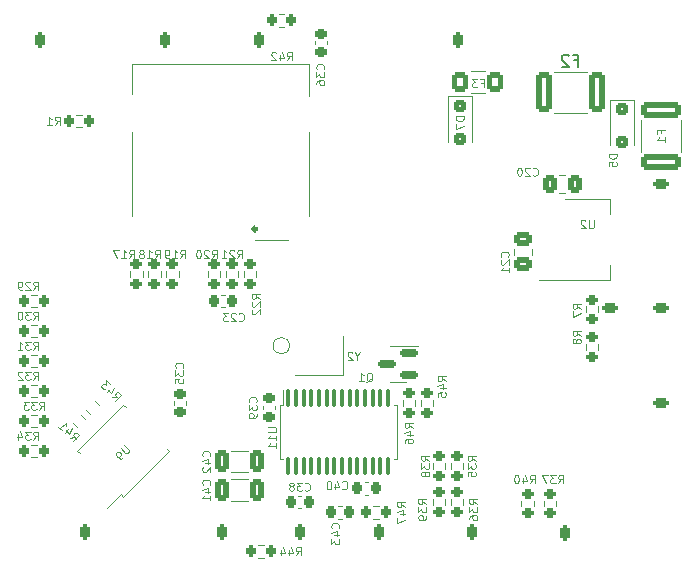
<source format=gbo>
G04 #@! TF.GenerationSoftware,KiCad,Pcbnew,7.0.2*
G04 #@! TF.CreationDate,2023-06-10T11:02:38+03:00*
G04 #@! TF.ProjectId,2.0,322e302e-6b69-4636-9164-5f7063625858,2.0*
G04 #@! TF.SameCoordinates,Original*
G04 #@! TF.FileFunction,Legend,Bot*
G04 #@! TF.FilePolarity,Positive*
%FSLAX46Y46*%
G04 Gerber Fmt 4.6, Leading zero omitted, Abs format (unit mm)*
G04 Created by KiCad (PCBNEW 7.0.2) date 2023-06-10 11:02:38*
%MOMM*%
%LPD*%
G01*
G04 APERTURE LIST*
G04 Aperture macros list*
%AMRoundRect*
0 Rectangle with rounded corners*
0 $1 Rounding radius*
0 $2 $3 $4 $5 $6 $7 $8 $9 X,Y pos of 4 corners*
0 Add a 4 corners polygon primitive as box body*
4,1,4,$2,$3,$4,$5,$6,$7,$8,$9,$2,$3,0*
0 Add four circle primitives for the rounded corners*
1,1,$1+$1,$2,$3*
1,1,$1+$1,$4,$5*
1,1,$1+$1,$6,$7*
1,1,$1+$1,$8,$9*
0 Add four rect primitives between the rounded corners*
20,1,$1+$1,$2,$3,$4,$5,0*
20,1,$1+$1,$4,$5,$6,$7,0*
20,1,$1+$1,$6,$7,$8,$9,0*
20,1,$1+$1,$8,$9,$2,$3,0*%
G04 Aperture macros list end*
%ADD10C,0.100000*%
%ADD11C,0.150000*%
%ADD12C,0.120000*%
%ADD13C,0.314000*%
%ADD14C,0.500000*%
%ADD15O,1.090000X2.000000*%
%ADD16O,1.050000X1.600000*%
%ADD17RoundRect,0.200000X0.200000X0.450000X-0.200000X0.450000X-0.200000X-0.450000X0.200000X-0.450000X0*%
%ADD18O,0.800000X1.300000*%
%ADD19RoundRect,0.200000X-0.200000X-0.450000X0.200000X-0.450000X0.200000X0.450000X-0.200000X0.450000X0*%
%ADD20R,1.000000X1.000000*%
%ADD21O,1.000000X1.000000*%
%ADD22RoundRect,0.200000X-0.450000X0.200000X-0.450000X-0.200000X0.450000X-0.200000X0.450000X0.200000X0*%
%ADD23O,1.300000X0.800000*%
%ADD24R,1.700000X1.700000*%
%ADD25O,1.700000X1.700000*%
%ADD26C,1.000000*%
%ADD27O,1.000000X0.700000*%
%ADD28C,0.800000*%
%ADD29C,6.400000*%
%ADD30C,1.400000*%
%ADD31RoundRect,0.200000X0.275000X-0.200000X0.275000X0.200000X-0.275000X0.200000X-0.275000X-0.200000X0*%
%ADD32RoundRect,0.200000X0.335876X0.053033X0.053033X0.335876X-0.335876X-0.053033X-0.053033X-0.335876X0*%
%ADD33RoundRect,0.200000X-0.200000X-0.275000X0.200000X-0.275000X0.200000X0.275000X-0.200000X0.275000X0*%
%ADD34RoundRect,0.200000X0.200000X0.275000X-0.200000X0.275000X-0.200000X-0.275000X0.200000X-0.275000X0*%
%ADD35RoundRect,0.200000X-0.275000X0.200000X-0.275000X-0.200000X0.275000X-0.200000X0.275000X0.200000X0*%
%ADD36RoundRect,0.250000X0.400000X1.450000X-0.400000X1.450000X-0.400000X-1.450000X0.400000X-1.450000X0*%
%ADD37RoundRect,0.150000X-0.353553X-0.565685X0.565685X0.353553X0.353553X0.565685X-0.565685X-0.353553X0*%
%ADD38R,0.700000X1.300000*%
%ADD39R,1.200000X2.000000*%
%ADD40R,1.200000X1.400000*%
%ADD41RoundRect,0.225000X0.250000X-0.225000X0.250000X0.225000X-0.250000X0.225000X-0.250000X-0.225000X0*%
%ADD42RoundRect,0.250000X-0.475000X0.337500X-0.475000X-0.337500X0.475000X-0.337500X0.475000X0.337500X0*%
%ADD43RoundRect,0.250000X-0.300000X0.300000X-0.300000X-0.300000X0.300000X-0.300000X0.300000X0.300000X0*%
%ADD44RoundRect,0.250000X0.325000X0.650000X-0.325000X0.650000X-0.325000X-0.650000X0.325000X-0.650000X0*%
%ADD45RoundRect,0.225000X-0.250000X0.225000X-0.250000X-0.225000X0.250000X-0.225000X0.250000X0.225000X0*%
%ADD46RoundRect,0.150000X0.587500X0.150000X-0.587500X0.150000X-0.587500X-0.150000X0.587500X-0.150000X0*%
%ADD47RoundRect,0.250000X-0.337500X-0.475000X0.337500X-0.475000X0.337500X0.475000X-0.337500X0.475000X0*%
%ADD48RoundRect,0.225000X0.225000X0.250000X-0.225000X0.250000X-0.225000X-0.250000X0.225000X-0.250000X0*%
%ADD49RoundRect,0.225000X-0.225000X-0.250000X0.225000X-0.250000X0.225000X0.250000X-0.225000X0.250000X0*%
%ADD50RoundRect,0.100000X-0.100000X0.637500X-0.100000X-0.637500X0.100000X-0.637500X0.100000X0.637500X0*%
%ADD51R,5.400000X2.850000*%
%ADD52RoundRect,0.250000X1.450000X-0.400000X1.450000X0.400000X-1.450000X0.400000X-1.450000X-0.400000X0*%
%ADD53R,1.400000X1.200000*%
%ADD54RoundRect,0.250001X-0.462499X-0.624999X0.462499X-0.624999X0.462499X0.624999X-0.462499X0.624999X0*%
%ADD55R,2.000000X1.500000*%
%ADD56R,2.000000X3.800000*%
G04 APERTURE END LIST*
D10*
X130371833Y-81417333D02*
X130038500Y-81184000D01*
X130371833Y-81017333D02*
X129671833Y-81017333D01*
X129671833Y-81017333D02*
X129671833Y-81284000D01*
X129671833Y-81284000D02*
X129705166Y-81350667D01*
X129705166Y-81350667D02*
X129738500Y-81384000D01*
X129738500Y-81384000D02*
X129805166Y-81417333D01*
X129805166Y-81417333D02*
X129905166Y-81417333D01*
X129905166Y-81417333D02*
X129971833Y-81384000D01*
X129971833Y-81384000D02*
X130005166Y-81350667D01*
X130005166Y-81350667D02*
X130038500Y-81284000D01*
X130038500Y-81284000D02*
X130038500Y-81017333D01*
X129671833Y-81650667D02*
X129671833Y-82117333D01*
X129671833Y-82117333D02*
X130371833Y-81817333D01*
X87084213Y-92368183D02*
X87484907Y-92297472D01*
X87367056Y-92651025D02*
X87862031Y-92156050D01*
X87862031Y-92156050D02*
X87673469Y-91967489D01*
X87673469Y-91967489D02*
X87602758Y-91943918D01*
X87602758Y-91943918D02*
X87555618Y-91943918D01*
X87555618Y-91943918D02*
X87484907Y-91967489D01*
X87484907Y-91967489D02*
X87414196Y-92038199D01*
X87414196Y-92038199D02*
X87390626Y-92108910D01*
X87390626Y-92108910D02*
X87390626Y-92156050D01*
X87390626Y-92156050D02*
X87414196Y-92226761D01*
X87414196Y-92226761D02*
X87602758Y-92415323D01*
X86989932Y-91613935D02*
X86659949Y-91943918D01*
X87296345Y-91543225D02*
X87060643Y-92014629D01*
X87060643Y-92014629D02*
X86754230Y-91708216D01*
X86141404Y-91425373D02*
X86424246Y-91708216D01*
X86282825Y-91566795D02*
X86777800Y-91071820D01*
X86777800Y-91071820D02*
X86754230Y-91189671D01*
X86754230Y-91189671D02*
X86754230Y-91283952D01*
X86754230Y-91283952D02*
X86777800Y-91354663D01*
X106241000Y-102304833D02*
X106474333Y-101971500D01*
X106641000Y-102304833D02*
X106641000Y-101604833D01*
X106641000Y-101604833D02*
X106374333Y-101604833D01*
X106374333Y-101604833D02*
X106307667Y-101638166D01*
X106307667Y-101638166D02*
X106274333Y-101671500D01*
X106274333Y-101671500D02*
X106241000Y-101738166D01*
X106241000Y-101738166D02*
X106241000Y-101838166D01*
X106241000Y-101838166D02*
X106274333Y-101904833D01*
X106274333Y-101904833D02*
X106307667Y-101938166D01*
X106307667Y-101938166D02*
X106374333Y-101971500D01*
X106374333Y-101971500D02*
X106641000Y-101971500D01*
X105641000Y-101838166D02*
X105641000Y-102304833D01*
X105807667Y-101571500D02*
X105974333Y-102071500D01*
X105974333Y-102071500D02*
X105541000Y-102071500D01*
X104974333Y-101838166D02*
X104974333Y-102304833D01*
X105141000Y-101571500D02*
X105307666Y-102071500D01*
X105307666Y-102071500D02*
X104874333Y-102071500D01*
X92144000Y-77158833D02*
X92377333Y-76825500D01*
X92544000Y-77158833D02*
X92544000Y-76458833D01*
X92544000Y-76458833D02*
X92277333Y-76458833D01*
X92277333Y-76458833D02*
X92210667Y-76492166D01*
X92210667Y-76492166D02*
X92177333Y-76525500D01*
X92177333Y-76525500D02*
X92144000Y-76592166D01*
X92144000Y-76592166D02*
X92144000Y-76692166D01*
X92144000Y-76692166D02*
X92177333Y-76758833D01*
X92177333Y-76758833D02*
X92210667Y-76792166D01*
X92210667Y-76792166D02*
X92277333Y-76825500D01*
X92277333Y-76825500D02*
X92544000Y-76825500D01*
X91477333Y-77158833D02*
X91877333Y-77158833D01*
X91677333Y-77158833D02*
X91677333Y-76458833D01*
X91677333Y-76458833D02*
X91744000Y-76558833D01*
X91744000Y-76558833D02*
X91810667Y-76625500D01*
X91810667Y-76625500D02*
X91877333Y-76658833D01*
X91244000Y-76458833D02*
X90777333Y-76458833D01*
X90777333Y-76458833D02*
X91077333Y-77158833D01*
X84016000Y-79825833D02*
X84249333Y-79492500D01*
X84416000Y-79825833D02*
X84416000Y-79125833D01*
X84416000Y-79125833D02*
X84149333Y-79125833D01*
X84149333Y-79125833D02*
X84082667Y-79159166D01*
X84082667Y-79159166D02*
X84049333Y-79192500D01*
X84049333Y-79192500D02*
X84016000Y-79259166D01*
X84016000Y-79259166D02*
X84016000Y-79359166D01*
X84016000Y-79359166D02*
X84049333Y-79425833D01*
X84049333Y-79425833D02*
X84082667Y-79459166D01*
X84082667Y-79459166D02*
X84149333Y-79492500D01*
X84149333Y-79492500D02*
X84416000Y-79492500D01*
X83749333Y-79192500D02*
X83716000Y-79159166D01*
X83716000Y-79159166D02*
X83649333Y-79125833D01*
X83649333Y-79125833D02*
X83482667Y-79125833D01*
X83482667Y-79125833D02*
X83416000Y-79159166D01*
X83416000Y-79159166D02*
X83382667Y-79192500D01*
X83382667Y-79192500D02*
X83349333Y-79259166D01*
X83349333Y-79259166D02*
X83349333Y-79325833D01*
X83349333Y-79325833D02*
X83382667Y-79425833D01*
X83382667Y-79425833D02*
X83782667Y-79825833D01*
X83782667Y-79825833D02*
X83349333Y-79825833D01*
X83016000Y-79825833D02*
X82882666Y-79825833D01*
X82882666Y-79825833D02*
X82816000Y-79792500D01*
X82816000Y-79792500D02*
X82782666Y-79759166D01*
X82782666Y-79759166D02*
X82716000Y-79659166D01*
X82716000Y-79659166D02*
X82682666Y-79525833D01*
X82682666Y-79525833D02*
X82682666Y-79259166D01*
X82682666Y-79259166D02*
X82716000Y-79192500D01*
X82716000Y-79192500D02*
X82749333Y-79159166D01*
X82749333Y-79159166D02*
X82816000Y-79125833D01*
X82816000Y-79125833D02*
X82949333Y-79125833D01*
X82949333Y-79125833D02*
X83016000Y-79159166D01*
X83016000Y-79159166D02*
X83049333Y-79192500D01*
X83049333Y-79192500D02*
X83082666Y-79259166D01*
X83082666Y-79259166D02*
X83082666Y-79425833D01*
X83082666Y-79425833D02*
X83049333Y-79492500D01*
X83049333Y-79492500D02*
X83016000Y-79525833D01*
X83016000Y-79525833D02*
X82949333Y-79559166D01*
X82949333Y-79559166D02*
X82816000Y-79559166D01*
X82816000Y-79559166D02*
X82749333Y-79525833D01*
X82749333Y-79525833D02*
X82716000Y-79492500D01*
X82716000Y-79492500D02*
X82682666Y-79425833D01*
X121608833Y-97974999D02*
X121275500Y-97741666D01*
X121608833Y-97574999D02*
X120908833Y-97574999D01*
X120908833Y-97574999D02*
X120908833Y-97841666D01*
X120908833Y-97841666D02*
X120942166Y-97908333D01*
X120942166Y-97908333D02*
X120975500Y-97941666D01*
X120975500Y-97941666D02*
X121042166Y-97974999D01*
X121042166Y-97974999D02*
X121142166Y-97974999D01*
X121142166Y-97974999D02*
X121208833Y-97941666D01*
X121208833Y-97941666D02*
X121242166Y-97908333D01*
X121242166Y-97908333D02*
X121275500Y-97841666D01*
X121275500Y-97841666D02*
X121275500Y-97574999D01*
X120908833Y-98208333D02*
X120908833Y-98641666D01*
X120908833Y-98641666D02*
X121175500Y-98408333D01*
X121175500Y-98408333D02*
X121175500Y-98508333D01*
X121175500Y-98508333D02*
X121208833Y-98574999D01*
X121208833Y-98574999D02*
X121242166Y-98608333D01*
X121242166Y-98608333D02*
X121308833Y-98641666D01*
X121308833Y-98641666D02*
X121475500Y-98641666D01*
X121475500Y-98641666D02*
X121542166Y-98608333D01*
X121542166Y-98608333D02*
X121575500Y-98574999D01*
X121575500Y-98574999D02*
X121608833Y-98508333D01*
X121608833Y-98508333D02*
X121608833Y-98308333D01*
X121608833Y-98308333D02*
X121575500Y-98241666D01*
X121575500Y-98241666D02*
X121542166Y-98208333D01*
X120908833Y-99241666D02*
X120908833Y-99108333D01*
X120908833Y-99108333D02*
X120942166Y-99041666D01*
X120942166Y-99041666D02*
X120975500Y-99008333D01*
X120975500Y-99008333D02*
X121075500Y-98941666D01*
X121075500Y-98941666D02*
X121208833Y-98908333D01*
X121208833Y-98908333D02*
X121475500Y-98908333D01*
X121475500Y-98908333D02*
X121542166Y-98941666D01*
X121542166Y-98941666D02*
X121575500Y-98975000D01*
X121575500Y-98975000D02*
X121608833Y-99041666D01*
X121608833Y-99041666D02*
X121608833Y-99175000D01*
X121608833Y-99175000D02*
X121575500Y-99241666D01*
X121575500Y-99241666D02*
X121542166Y-99275000D01*
X121542166Y-99275000D02*
X121475500Y-99308333D01*
X121475500Y-99308333D02*
X121308833Y-99308333D01*
X121308833Y-99308333D02*
X121242166Y-99275000D01*
X121242166Y-99275000D02*
X121208833Y-99241666D01*
X121208833Y-99241666D02*
X121175500Y-99175000D01*
X121175500Y-99175000D02*
X121175500Y-99041666D01*
X121175500Y-99041666D02*
X121208833Y-98975000D01*
X121208833Y-98975000D02*
X121242166Y-98941666D01*
X121242166Y-98941666D02*
X121308833Y-98908333D01*
X85841666Y-65855833D02*
X86074999Y-65522500D01*
X86241666Y-65855833D02*
X86241666Y-65155833D01*
X86241666Y-65155833D02*
X85974999Y-65155833D01*
X85974999Y-65155833D02*
X85908333Y-65189166D01*
X85908333Y-65189166D02*
X85874999Y-65222500D01*
X85874999Y-65222500D02*
X85841666Y-65289166D01*
X85841666Y-65289166D02*
X85841666Y-65389166D01*
X85841666Y-65389166D02*
X85874999Y-65455833D01*
X85874999Y-65455833D02*
X85908333Y-65489166D01*
X85908333Y-65489166D02*
X85974999Y-65522500D01*
X85974999Y-65522500D02*
X86241666Y-65522500D01*
X85174999Y-65855833D02*
X85574999Y-65855833D01*
X85374999Y-65855833D02*
X85374999Y-65155833D01*
X85374999Y-65155833D02*
X85441666Y-65255833D01*
X85441666Y-65255833D02*
X85508333Y-65322500D01*
X85508333Y-65322500D02*
X85574999Y-65355833D01*
X128466000Y-96208833D02*
X128699333Y-95875500D01*
X128866000Y-96208833D02*
X128866000Y-95508833D01*
X128866000Y-95508833D02*
X128599333Y-95508833D01*
X128599333Y-95508833D02*
X128532667Y-95542166D01*
X128532667Y-95542166D02*
X128499333Y-95575500D01*
X128499333Y-95575500D02*
X128466000Y-95642166D01*
X128466000Y-95642166D02*
X128466000Y-95742166D01*
X128466000Y-95742166D02*
X128499333Y-95808833D01*
X128499333Y-95808833D02*
X128532667Y-95842166D01*
X128532667Y-95842166D02*
X128599333Y-95875500D01*
X128599333Y-95875500D02*
X128866000Y-95875500D01*
X128232667Y-95508833D02*
X127799333Y-95508833D01*
X127799333Y-95508833D02*
X128032667Y-95775500D01*
X128032667Y-95775500D02*
X127932667Y-95775500D01*
X127932667Y-95775500D02*
X127866000Y-95808833D01*
X127866000Y-95808833D02*
X127832667Y-95842166D01*
X127832667Y-95842166D02*
X127799333Y-95908833D01*
X127799333Y-95908833D02*
X127799333Y-96075500D01*
X127799333Y-96075500D02*
X127832667Y-96142166D01*
X127832667Y-96142166D02*
X127866000Y-96175500D01*
X127866000Y-96175500D02*
X127932667Y-96208833D01*
X127932667Y-96208833D02*
X128132667Y-96208833D01*
X128132667Y-96208833D02*
X128199333Y-96175500D01*
X128199333Y-96175500D02*
X128232667Y-96142166D01*
X127566000Y-95508833D02*
X127099333Y-95508833D01*
X127099333Y-95508833D02*
X127399333Y-96208833D01*
X121481833Y-94291999D02*
X121148500Y-94058666D01*
X121481833Y-93891999D02*
X120781833Y-93891999D01*
X120781833Y-93891999D02*
X120781833Y-94158666D01*
X120781833Y-94158666D02*
X120815166Y-94225333D01*
X120815166Y-94225333D02*
X120848500Y-94258666D01*
X120848500Y-94258666D02*
X120915166Y-94291999D01*
X120915166Y-94291999D02*
X121015166Y-94291999D01*
X121015166Y-94291999D02*
X121081833Y-94258666D01*
X121081833Y-94258666D02*
X121115166Y-94225333D01*
X121115166Y-94225333D02*
X121148500Y-94158666D01*
X121148500Y-94158666D02*
X121148500Y-93891999D01*
X120781833Y-94525333D02*
X120781833Y-94958666D01*
X120781833Y-94958666D02*
X121048500Y-94725333D01*
X121048500Y-94725333D02*
X121048500Y-94825333D01*
X121048500Y-94825333D02*
X121081833Y-94891999D01*
X121081833Y-94891999D02*
X121115166Y-94925333D01*
X121115166Y-94925333D02*
X121181833Y-94958666D01*
X121181833Y-94958666D02*
X121348500Y-94958666D01*
X121348500Y-94958666D02*
X121415166Y-94925333D01*
X121415166Y-94925333D02*
X121448500Y-94891999D01*
X121448500Y-94891999D02*
X121481833Y-94825333D01*
X121481833Y-94825333D02*
X121481833Y-94625333D01*
X121481833Y-94625333D02*
X121448500Y-94558666D01*
X121448500Y-94558666D02*
X121415166Y-94525333D01*
X120781833Y-95592000D02*
X120781833Y-95258666D01*
X120781833Y-95258666D02*
X121115166Y-95225333D01*
X121115166Y-95225333D02*
X121081833Y-95258666D01*
X121081833Y-95258666D02*
X121048500Y-95325333D01*
X121048500Y-95325333D02*
X121048500Y-95492000D01*
X121048500Y-95492000D02*
X121081833Y-95558666D01*
X121081833Y-95558666D02*
X121115166Y-95592000D01*
X121115166Y-95592000D02*
X121181833Y-95625333D01*
X121181833Y-95625333D02*
X121348500Y-95625333D01*
X121348500Y-95625333D02*
X121415166Y-95592000D01*
X121415166Y-95592000D02*
X121448500Y-95558666D01*
X121448500Y-95558666D02*
X121481833Y-95492000D01*
X121481833Y-95492000D02*
X121481833Y-95325333D01*
X121481833Y-95325333D02*
X121448500Y-95258666D01*
X121448500Y-95258666D02*
X121415166Y-95225333D01*
X115512833Y-98228999D02*
X115179500Y-97995666D01*
X115512833Y-97828999D02*
X114812833Y-97828999D01*
X114812833Y-97828999D02*
X114812833Y-98095666D01*
X114812833Y-98095666D02*
X114846166Y-98162333D01*
X114846166Y-98162333D02*
X114879500Y-98195666D01*
X114879500Y-98195666D02*
X114946166Y-98228999D01*
X114946166Y-98228999D02*
X115046166Y-98228999D01*
X115046166Y-98228999D02*
X115112833Y-98195666D01*
X115112833Y-98195666D02*
X115146166Y-98162333D01*
X115146166Y-98162333D02*
X115179500Y-98095666D01*
X115179500Y-98095666D02*
X115179500Y-97828999D01*
X115046166Y-98828999D02*
X115512833Y-98828999D01*
X114779500Y-98662333D02*
X115279500Y-98495666D01*
X115279500Y-98495666D02*
X115279500Y-98928999D01*
X114812833Y-99129000D02*
X114812833Y-99595666D01*
X114812833Y-99595666D02*
X115512833Y-99295666D01*
X118941833Y-87560999D02*
X118608500Y-87327666D01*
X118941833Y-87160999D02*
X118241833Y-87160999D01*
X118241833Y-87160999D02*
X118241833Y-87427666D01*
X118241833Y-87427666D02*
X118275166Y-87494333D01*
X118275166Y-87494333D02*
X118308500Y-87527666D01*
X118308500Y-87527666D02*
X118375166Y-87560999D01*
X118375166Y-87560999D02*
X118475166Y-87560999D01*
X118475166Y-87560999D02*
X118541833Y-87527666D01*
X118541833Y-87527666D02*
X118575166Y-87494333D01*
X118575166Y-87494333D02*
X118608500Y-87427666D01*
X118608500Y-87427666D02*
X118608500Y-87160999D01*
X118475166Y-88160999D02*
X118941833Y-88160999D01*
X118208500Y-87994333D02*
X118708500Y-87827666D01*
X118708500Y-87827666D02*
X118708500Y-88260999D01*
X118241833Y-88861000D02*
X118241833Y-88527666D01*
X118241833Y-88527666D02*
X118575166Y-88494333D01*
X118575166Y-88494333D02*
X118541833Y-88527666D01*
X118541833Y-88527666D02*
X118508500Y-88594333D01*
X118508500Y-88594333D02*
X118508500Y-88761000D01*
X118508500Y-88761000D02*
X118541833Y-88827666D01*
X118541833Y-88827666D02*
X118575166Y-88861000D01*
X118575166Y-88861000D02*
X118641833Y-88894333D01*
X118641833Y-88894333D02*
X118808500Y-88894333D01*
X118808500Y-88894333D02*
X118875166Y-88861000D01*
X118875166Y-88861000D02*
X118908500Y-88827666D01*
X118908500Y-88827666D02*
X118941833Y-88761000D01*
X118941833Y-88761000D02*
X118941833Y-88594333D01*
X118941833Y-88594333D02*
X118908500Y-88527666D01*
X118908500Y-88527666D02*
X118875166Y-88494333D01*
X84016000Y-82365833D02*
X84249333Y-82032500D01*
X84416000Y-82365833D02*
X84416000Y-81665833D01*
X84416000Y-81665833D02*
X84149333Y-81665833D01*
X84149333Y-81665833D02*
X84082667Y-81699166D01*
X84082667Y-81699166D02*
X84049333Y-81732500D01*
X84049333Y-81732500D02*
X84016000Y-81799166D01*
X84016000Y-81799166D02*
X84016000Y-81899166D01*
X84016000Y-81899166D02*
X84049333Y-81965833D01*
X84049333Y-81965833D02*
X84082667Y-81999166D01*
X84082667Y-81999166D02*
X84149333Y-82032500D01*
X84149333Y-82032500D02*
X84416000Y-82032500D01*
X83782667Y-81665833D02*
X83349333Y-81665833D01*
X83349333Y-81665833D02*
X83582667Y-81932500D01*
X83582667Y-81932500D02*
X83482667Y-81932500D01*
X83482667Y-81932500D02*
X83416000Y-81965833D01*
X83416000Y-81965833D02*
X83382667Y-81999166D01*
X83382667Y-81999166D02*
X83349333Y-82065833D01*
X83349333Y-82065833D02*
X83349333Y-82232500D01*
X83349333Y-82232500D02*
X83382667Y-82299166D01*
X83382667Y-82299166D02*
X83416000Y-82332500D01*
X83416000Y-82332500D02*
X83482667Y-82365833D01*
X83482667Y-82365833D02*
X83682667Y-82365833D01*
X83682667Y-82365833D02*
X83749333Y-82332500D01*
X83749333Y-82332500D02*
X83782667Y-82299166D01*
X82916000Y-81665833D02*
X82849333Y-81665833D01*
X82849333Y-81665833D02*
X82782666Y-81699166D01*
X82782666Y-81699166D02*
X82749333Y-81732500D01*
X82749333Y-81732500D02*
X82716000Y-81799166D01*
X82716000Y-81799166D02*
X82682666Y-81932500D01*
X82682666Y-81932500D02*
X82682666Y-82099166D01*
X82682666Y-82099166D02*
X82716000Y-82232500D01*
X82716000Y-82232500D02*
X82749333Y-82299166D01*
X82749333Y-82299166D02*
X82782666Y-82332500D01*
X82782666Y-82332500D02*
X82849333Y-82365833D01*
X82849333Y-82365833D02*
X82916000Y-82365833D01*
X82916000Y-82365833D02*
X82982666Y-82332500D01*
X82982666Y-82332500D02*
X83016000Y-82299166D01*
X83016000Y-82299166D02*
X83049333Y-82232500D01*
X83049333Y-82232500D02*
X83082666Y-82099166D01*
X83082666Y-82099166D02*
X83082666Y-81932500D01*
X83082666Y-81932500D02*
X83049333Y-81799166D01*
X83049333Y-81799166D02*
X83016000Y-81732500D01*
X83016000Y-81732500D02*
X82982666Y-81699166D01*
X82982666Y-81699166D02*
X82916000Y-81665833D01*
X126053000Y-96208833D02*
X126286333Y-95875500D01*
X126453000Y-96208833D02*
X126453000Y-95508833D01*
X126453000Y-95508833D02*
X126186333Y-95508833D01*
X126186333Y-95508833D02*
X126119667Y-95542166D01*
X126119667Y-95542166D02*
X126086333Y-95575500D01*
X126086333Y-95575500D02*
X126053000Y-95642166D01*
X126053000Y-95642166D02*
X126053000Y-95742166D01*
X126053000Y-95742166D02*
X126086333Y-95808833D01*
X126086333Y-95808833D02*
X126119667Y-95842166D01*
X126119667Y-95842166D02*
X126186333Y-95875500D01*
X126186333Y-95875500D02*
X126453000Y-95875500D01*
X125453000Y-95742166D02*
X125453000Y-96208833D01*
X125619667Y-95475500D02*
X125786333Y-95975500D01*
X125786333Y-95975500D02*
X125353000Y-95975500D01*
X124953000Y-95508833D02*
X124886333Y-95508833D01*
X124886333Y-95508833D02*
X124819666Y-95542166D01*
X124819666Y-95542166D02*
X124786333Y-95575500D01*
X124786333Y-95575500D02*
X124753000Y-95642166D01*
X124753000Y-95642166D02*
X124719666Y-95775500D01*
X124719666Y-95775500D02*
X124719666Y-95942166D01*
X124719666Y-95942166D02*
X124753000Y-96075500D01*
X124753000Y-96075500D02*
X124786333Y-96142166D01*
X124786333Y-96142166D02*
X124819666Y-96175500D01*
X124819666Y-96175500D02*
X124886333Y-96208833D01*
X124886333Y-96208833D02*
X124953000Y-96208833D01*
X124953000Y-96208833D02*
X125019666Y-96175500D01*
X125019666Y-96175500D02*
X125053000Y-96142166D01*
X125053000Y-96142166D02*
X125086333Y-96075500D01*
X125086333Y-96075500D02*
X125119666Y-95942166D01*
X125119666Y-95942166D02*
X125119666Y-95775500D01*
X125119666Y-95775500D02*
X125086333Y-95642166D01*
X125086333Y-95642166D02*
X125053000Y-95575500D01*
X125053000Y-95575500D02*
X125019666Y-95542166D01*
X125019666Y-95542166D02*
X124953000Y-95508833D01*
D11*
X129807333Y-60407809D02*
X130140666Y-60407809D01*
X130140666Y-60931619D02*
X130140666Y-59931619D01*
X130140666Y-59931619D02*
X129664476Y-59931619D01*
X129331142Y-60026857D02*
X129283523Y-59979238D01*
X129283523Y-59979238D02*
X129188285Y-59931619D01*
X129188285Y-59931619D02*
X128950190Y-59931619D01*
X128950190Y-59931619D02*
X128854952Y-59979238D01*
X128854952Y-59979238D02*
X128807333Y-60026857D01*
X128807333Y-60026857D02*
X128759714Y-60122095D01*
X128759714Y-60122095D02*
X128759714Y-60217333D01*
X128759714Y-60217333D02*
X128807333Y-60360190D01*
X128807333Y-60360190D02*
X129378761Y-60931619D01*
X129378761Y-60931619D02*
X128759714Y-60931619D01*
D10*
X99129000Y-77158833D02*
X99362333Y-76825500D01*
X99529000Y-77158833D02*
X99529000Y-76458833D01*
X99529000Y-76458833D02*
X99262333Y-76458833D01*
X99262333Y-76458833D02*
X99195667Y-76492166D01*
X99195667Y-76492166D02*
X99162333Y-76525500D01*
X99162333Y-76525500D02*
X99129000Y-76592166D01*
X99129000Y-76592166D02*
X99129000Y-76692166D01*
X99129000Y-76692166D02*
X99162333Y-76758833D01*
X99162333Y-76758833D02*
X99195667Y-76792166D01*
X99195667Y-76792166D02*
X99262333Y-76825500D01*
X99262333Y-76825500D02*
X99529000Y-76825500D01*
X98862333Y-76525500D02*
X98829000Y-76492166D01*
X98829000Y-76492166D02*
X98762333Y-76458833D01*
X98762333Y-76458833D02*
X98595667Y-76458833D01*
X98595667Y-76458833D02*
X98529000Y-76492166D01*
X98529000Y-76492166D02*
X98495667Y-76525500D01*
X98495667Y-76525500D02*
X98462333Y-76592166D01*
X98462333Y-76592166D02*
X98462333Y-76658833D01*
X98462333Y-76658833D02*
X98495667Y-76758833D01*
X98495667Y-76758833D02*
X98895667Y-77158833D01*
X98895667Y-77158833D02*
X98462333Y-77158833D01*
X98029000Y-76458833D02*
X97962333Y-76458833D01*
X97962333Y-76458833D02*
X97895666Y-76492166D01*
X97895666Y-76492166D02*
X97862333Y-76525500D01*
X97862333Y-76525500D02*
X97829000Y-76592166D01*
X97829000Y-76592166D02*
X97795666Y-76725500D01*
X97795666Y-76725500D02*
X97795666Y-76892166D01*
X97795666Y-76892166D02*
X97829000Y-77025500D01*
X97829000Y-77025500D02*
X97862333Y-77092166D01*
X97862333Y-77092166D02*
X97895666Y-77125500D01*
X97895666Y-77125500D02*
X97962333Y-77158833D01*
X97962333Y-77158833D02*
X98029000Y-77158833D01*
X98029000Y-77158833D02*
X98095666Y-77125500D01*
X98095666Y-77125500D02*
X98129000Y-77092166D01*
X98129000Y-77092166D02*
X98162333Y-77025500D01*
X98162333Y-77025500D02*
X98195666Y-76892166D01*
X98195666Y-76892166D02*
X98195666Y-76725500D01*
X98195666Y-76725500D02*
X98162333Y-76592166D01*
X98162333Y-76592166D02*
X98129000Y-76525500D01*
X98129000Y-76525500D02*
X98095666Y-76492166D01*
X98095666Y-76492166D02*
X98029000Y-76458833D01*
X117544833Y-94291999D02*
X117211500Y-94058666D01*
X117544833Y-93891999D02*
X116844833Y-93891999D01*
X116844833Y-93891999D02*
X116844833Y-94158666D01*
X116844833Y-94158666D02*
X116878166Y-94225333D01*
X116878166Y-94225333D02*
X116911500Y-94258666D01*
X116911500Y-94258666D02*
X116978166Y-94291999D01*
X116978166Y-94291999D02*
X117078166Y-94291999D01*
X117078166Y-94291999D02*
X117144833Y-94258666D01*
X117144833Y-94258666D02*
X117178166Y-94225333D01*
X117178166Y-94225333D02*
X117211500Y-94158666D01*
X117211500Y-94158666D02*
X117211500Y-93891999D01*
X116844833Y-94525333D02*
X116844833Y-94958666D01*
X116844833Y-94958666D02*
X117111500Y-94725333D01*
X117111500Y-94725333D02*
X117111500Y-94825333D01*
X117111500Y-94825333D02*
X117144833Y-94891999D01*
X117144833Y-94891999D02*
X117178166Y-94925333D01*
X117178166Y-94925333D02*
X117244833Y-94958666D01*
X117244833Y-94958666D02*
X117411500Y-94958666D01*
X117411500Y-94958666D02*
X117478166Y-94925333D01*
X117478166Y-94925333D02*
X117511500Y-94891999D01*
X117511500Y-94891999D02*
X117544833Y-94825333D01*
X117544833Y-94825333D02*
X117544833Y-94625333D01*
X117544833Y-94625333D02*
X117511500Y-94558666D01*
X117511500Y-94558666D02*
X117478166Y-94525333D01*
X117144833Y-95358666D02*
X117111500Y-95292000D01*
X117111500Y-95292000D02*
X117078166Y-95258666D01*
X117078166Y-95258666D02*
X117011500Y-95225333D01*
X117011500Y-95225333D02*
X116978166Y-95225333D01*
X116978166Y-95225333D02*
X116911500Y-95258666D01*
X116911500Y-95258666D02*
X116878166Y-95292000D01*
X116878166Y-95292000D02*
X116844833Y-95358666D01*
X116844833Y-95358666D02*
X116844833Y-95492000D01*
X116844833Y-95492000D02*
X116878166Y-95558666D01*
X116878166Y-95558666D02*
X116911500Y-95592000D01*
X116911500Y-95592000D02*
X116978166Y-95625333D01*
X116978166Y-95625333D02*
X117011500Y-95625333D01*
X117011500Y-95625333D02*
X117078166Y-95592000D01*
X117078166Y-95592000D02*
X117111500Y-95558666D01*
X117111500Y-95558666D02*
X117144833Y-95492000D01*
X117144833Y-95492000D02*
X117144833Y-95358666D01*
X117144833Y-95358666D02*
X117178166Y-95292000D01*
X117178166Y-95292000D02*
X117211500Y-95258666D01*
X117211500Y-95258666D02*
X117278166Y-95225333D01*
X117278166Y-95225333D02*
X117411500Y-95225333D01*
X117411500Y-95225333D02*
X117478166Y-95258666D01*
X117478166Y-95258666D02*
X117511500Y-95292000D01*
X117511500Y-95292000D02*
X117544833Y-95358666D01*
X117544833Y-95358666D02*
X117544833Y-95492000D01*
X117544833Y-95492000D02*
X117511500Y-95558666D01*
X117511500Y-95558666D02*
X117478166Y-95592000D01*
X117478166Y-95592000D02*
X117411500Y-95625333D01*
X117411500Y-95625333D02*
X117278166Y-95625333D01*
X117278166Y-95625333D02*
X117211500Y-95592000D01*
X117211500Y-95592000D02*
X117178166Y-95558666D01*
X117178166Y-95558666D02*
X117144833Y-95492000D01*
X103193833Y-80575999D02*
X102860500Y-80342666D01*
X103193833Y-80175999D02*
X102493833Y-80175999D01*
X102493833Y-80175999D02*
X102493833Y-80442666D01*
X102493833Y-80442666D02*
X102527166Y-80509333D01*
X102527166Y-80509333D02*
X102560500Y-80542666D01*
X102560500Y-80542666D02*
X102627166Y-80575999D01*
X102627166Y-80575999D02*
X102727166Y-80575999D01*
X102727166Y-80575999D02*
X102793833Y-80542666D01*
X102793833Y-80542666D02*
X102827166Y-80509333D01*
X102827166Y-80509333D02*
X102860500Y-80442666D01*
X102860500Y-80442666D02*
X102860500Y-80175999D01*
X102560500Y-80842666D02*
X102527166Y-80875999D01*
X102527166Y-80875999D02*
X102493833Y-80942666D01*
X102493833Y-80942666D02*
X102493833Y-81109333D01*
X102493833Y-81109333D02*
X102527166Y-81175999D01*
X102527166Y-81175999D02*
X102560500Y-81209333D01*
X102560500Y-81209333D02*
X102627166Y-81242666D01*
X102627166Y-81242666D02*
X102693833Y-81242666D01*
X102693833Y-81242666D02*
X102793833Y-81209333D01*
X102793833Y-81209333D02*
X103193833Y-80809333D01*
X103193833Y-80809333D02*
X103193833Y-81242666D01*
X102560500Y-81509333D02*
X102527166Y-81542666D01*
X102527166Y-81542666D02*
X102493833Y-81609333D01*
X102493833Y-81609333D02*
X102493833Y-81776000D01*
X102493833Y-81776000D02*
X102527166Y-81842666D01*
X102527166Y-81842666D02*
X102560500Y-81876000D01*
X102560500Y-81876000D02*
X102627166Y-81909333D01*
X102627166Y-81909333D02*
X102693833Y-81909333D01*
X102693833Y-81909333D02*
X102793833Y-81876000D01*
X102793833Y-81876000D02*
X103193833Y-81476000D01*
X103193833Y-81476000D02*
X103193833Y-81909333D01*
X91678133Y-92955886D02*
X92078827Y-93356580D01*
X92078827Y-93356580D02*
X92102397Y-93427290D01*
X92102397Y-93427290D02*
X92102397Y-93474431D01*
X92102397Y-93474431D02*
X92078827Y-93545142D01*
X92078827Y-93545142D02*
X91984546Y-93639422D01*
X91984546Y-93639422D02*
X91913835Y-93662993D01*
X91913835Y-93662993D02*
X91866695Y-93662993D01*
X91866695Y-93662993D02*
X91795984Y-93639422D01*
X91795984Y-93639422D02*
X91395290Y-93238729D01*
X91630993Y-93992976D02*
X91536712Y-94087256D01*
X91536712Y-94087256D02*
X91466001Y-94110827D01*
X91466001Y-94110827D02*
X91418861Y-94110827D01*
X91418861Y-94110827D02*
X91301010Y-94087256D01*
X91301010Y-94087256D02*
X91183159Y-94016546D01*
X91183159Y-94016546D02*
X90994597Y-93827984D01*
X90994597Y-93827984D02*
X90971027Y-93757273D01*
X90971027Y-93757273D02*
X90971027Y-93710133D01*
X90971027Y-93710133D02*
X90994597Y-93639422D01*
X90994597Y-93639422D02*
X91088878Y-93545141D01*
X91088878Y-93545141D02*
X91159588Y-93521571D01*
X91159588Y-93521571D02*
X91206729Y-93521571D01*
X91206729Y-93521571D02*
X91277440Y-93545141D01*
X91277440Y-93545141D02*
X91395291Y-93662992D01*
X91395291Y-93662992D02*
X91418861Y-93733703D01*
X91418861Y-93733703D02*
X91418861Y-93780844D01*
X91418861Y-93780844D02*
X91395291Y-93851554D01*
X91395291Y-93851554D02*
X91301010Y-93945835D01*
X91301010Y-93945835D02*
X91230299Y-93969405D01*
X91230299Y-93969405D02*
X91183159Y-93969405D01*
X91183159Y-93969405D02*
X91112448Y-93945835D01*
X108588166Y-61144999D02*
X108621500Y-61111666D01*
X108621500Y-61111666D02*
X108654833Y-61011666D01*
X108654833Y-61011666D02*
X108654833Y-60944999D01*
X108654833Y-60944999D02*
X108621500Y-60844999D01*
X108621500Y-60844999D02*
X108554833Y-60778333D01*
X108554833Y-60778333D02*
X108488166Y-60744999D01*
X108488166Y-60744999D02*
X108354833Y-60711666D01*
X108354833Y-60711666D02*
X108254833Y-60711666D01*
X108254833Y-60711666D02*
X108121500Y-60744999D01*
X108121500Y-60744999D02*
X108054833Y-60778333D01*
X108054833Y-60778333D02*
X107988166Y-60844999D01*
X107988166Y-60844999D02*
X107954833Y-60944999D01*
X107954833Y-60944999D02*
X107954833Y-61011666D01*
X107954833Y-61011666D02*
X107988166Y-61111666D01*
X107988166Y-61111666D02*
X108021500Y-61144999D01*
X107954833Y-61378333D02*
X107954833Y-61811666D01*
X107954833Y-61811666D02*
X108221500Y-61578333D01*
X108221500Y-61578333D02*
X108221500Y-61678333D01*
X108221500Y-61678333D02*
X108254833Y-61744999D01*
X108254833Y-61744999D02*
X108288166Y-61778333D01*
X108288166Y-61778333D02*
X108354833Y-61811666D01*
X108354833Y-61811666D02*
X108521500Y-61811666D01*
X108521500Y-61811666D02*
X108588166Y-61778333D01*
X108588166Y-61778333D02*
X108621500Y-61744999D01*
X108621500Y-61744999D02*
X108654833Y-61678333D01*
X108654833Y-61678333D02*
X108654833Y-61478333D01*
X108654833Y-61478333D02*
X108621500Y-61411666D01*
X108621500Y-61411666D02*
X108588166Y-61378333D01*
X107954833Y-62411666D02*
X107954833Y-62278333D01*
X107954833Y-62278333D02*
X107988166Y-62211666D01*
X107988166Y-62211666D02*
X108021500Y-62178333D01*
X108021500Y-62178333D02*
X108121500Y-62111666D01*
X108121500Y-62111666D02*
X108254833Y-62078333D01*
X108254833Y-62078333D02*
X108521500Y-62078333D01*
X108521500Y-62078333D02*
X108588166Y-62111666D01*
X108588166Y-62111666D02*
X108621500Y-62145000D01*
X108621500Y-62145000D02*
X108654833Y-62211666D01*
X108654833Y-62211666D02*
X108654833Y-62345000D01*
X108654833Y-62345000D02*
X108621500Y-62411666D01*
X108621500Y-62411666D02*
X108588166Y-62445000D01*
X108588166Y-62445000D02*
X108521500Y-62478333D01*
X108521500Y-62478333D02*
X108354833Y-62478333D01*
X108354833Y-62478333D02*
X108288166Y-62445000D01*
X108288166Y-62445000D02*
X108254833Y-62411666D01*
X108254833Y-62411666D02*
X108221500Y-62345000D01*
X108221500Y-62345000D02*
X108221500Y-62211666D01*
X108221500Y-62211666D02*
X108254833Y-62145000D01*
X108254833Y-62145000D02*
X108288166Y-62111666D01*
X108288166Y-62111666D02*
X108354833Y-62078333D01*
X84016000Y-84905833D02*
X84249333Y-84572500D01*
X84416000Y-84905833D02*
X84416000Y-84205833D01*
X84416000Y-84205833D02*
X84149333Y-84205833D01*
X84149333Y-84205833D02*
X84082667Y-84239166D01*
X84082667Y-84239166D02*
X84049333Y-84272500D01*
X84049333Y-84272500D02*
X84016000Y-84339166D01*
X84016000Y-84339166D02*
X84016000Y-84439166D01*
X84016000Y-84439166D02*
X84049333Y-84505833D01*
X84049333Y-84505833D02*
X84082667Y-84539166D01*
X84082667Y-84539166D02*
X84149333Y-84572500D01*
X84149333Y-84572500D02*
X84416000Y-84572500D01*
X83782667Y-84205833D02*
X83349333Y-84205833D01*
X83349333Y-84205833D02*
X83582667Y-84472500D01*
X83582667Y-84472500D02*
X83482667Y-84472500D01*
X83482667Y-84472500D02*
X83416000Y-84505833D01*
X83416000Y-84505833D02*
X83382667Y-84539166D01*
X83382667Y-84539166D02*
X83349333Y-84605833D01*
X83349333Y-84605833D02*
X83349333Y-84772500D01*
X83349333Y-84772500D02*
X83382667Y-84839166D01*
X83382667Y-84839166D02*
X83416000Y-84872500D01*
X83416000Y-84872500D02*
X83482667Y-84905833D01*
X83482667Y-84905833D02*
X83682667Y-84905833D01*
X83682667Y-84905833D02*
X83749333Y-84872500D01*
X83749333Y-84872500D02*
X83782667Y-84839166D01*
X82682666Y-84905833D02*
X83082666Y-84905833D01*
X82882666Y-84905833D02*
X82882666Y-84205833D01*
X82882666Y-84205833D02*
X82949333Y-84305833D01*
X82949333Y-84305833D02*
X83016000Y-84372500D01*
X83016000Y-84372500D02*
X83082666Y-84405833D01*
X90640213Y-88939183D02*
X91040907Y-88868472D01*
X90923056Y-89222025D02*
X91418031Y-88727050D01*
X91418031Y-88727050D02*
X91229469Y-88538489D01*
X91229469Y-88538489D02*
X91158758Y-88514918D01*
X91158758Y-88514918D02*
X91111618Y-88514918D01*
X91111618Y-88514918D02*
X91040907Y-88538489D01*
X91040907Y-88538489D02*
X90970196Y-88609199D01*
X90970196Y-88609199D02*
X90946626Y-88679910D01*
X90946626Y-88679910D02*
X90946626Y-88727050D01*
X90946626Y-88727050D02*
X90970196Y-88797761D01*
X90970196Y-88797761D02*
X91158758Y-88986323D01*
X90545932Y-88184935D02*
X90215949Y-88514918D01*
X90852345Y-88114225D02*
X90616643Y-88585629D01*
X90616643Y-88585629D02*
X90310230Y-88279216D01*
X90498791Y-87807811D02*
X90192379Y-87501399D01*
X90192379Y-87501399D02*
X90168808Y-87854952D01*
X90168808Y-87854952D02*
X90098098Y-87784241D01*
X90098098Y-87784241D02*
X90027387Y-87760671D01*
X90027387Y-87760671D02*
X89980246Y-87760671D01*
X89980246Y-87760671D02*
X89909536Y-87784241D01*
X89909536Y-87784241D02*
X89791685Y-87902092D01*
X89791685Y-87902092D02*
X89768114Y-87972803D01*
X89768114Y-87972803D02*
X89768114Y-88019943D01*
X89768114Y-88019943D02*
X89791685Y-88090654D01*
X89791685Y-88090654D02*
X89933106Y-88232076D01*
X89933106Y-88232076D02*
X90003817Y-88255646D01*
X90003817Y-88255646D02*
X90050957Y-88255646D01*
X124209166Y-77019999D02*
X124242500Y-76986666D01*
X124242500Y-76986666D02*
X124275833Y-76886666D01*
X124275833Y-76886666D02*
X124275833Y-76819999D01*
X124275833Y-76819999D02*
X124242500Y-76719999D01*
X124242500Y-76719999D02*
X124175833Y-76653333D01*
X124175833Y-76653333D02*
X124109166Y-76619999D01*
X124109166Y-76619999D02*
X123975833Y-76586666D01*
X123975833Y-76586666D02*
X123875833Y-76586666D01*
X123875833Y-76586666D02*
X123742500Y-76619999D01*
X123742500Y-76619999D02*
X123675833Y-76653333D01*
X123675833Y-76653333D02*
X123609166Y-76719999D01*
X123609166Y-76719999D02*
X123575833Y-76819999D01*
X123575833Y-76819999D02*
X123575833Y-76886666D01*
X123575833Y-76886666D02*
X123609166Y-76986666D01*
X123609166Y-76986666D02*
X123642500Y-77019999D01*
X123642500Y-77286666D02*
X123609166Y-77319999D01*
X123609166Y-77319999D02*
X123575833Y-77386666D01*
X123575833Y-77386666D02*
X123575833Y-77553333D01*
X123575833Y-77553333D02*
X123609166Y-77619999D01*
X123609166Y-77619999D02*
X123642500Y-77653333D01*
X123642500Y-77653333D02*
X123709166Y-77686666D01*
X123709166Y-77686666D02*
X123775833Y-77686666D01*
X123775833Y-77686666D02*
X123875833Y-77653333D01*
X123875833Y-77653333D02*
X124275833Y-77253333D01*
X124275833Y-77253333D02*
X124275833Y-77686666D01*
X124275833Y-78353333D02*
X124275833Y-77953333D01*
X124275833Y-78153333D02*
X123575833Y-78153333D01*
X123575833Y-78153333D02*
X123675833Y-78086666D01*
X123675833Y-78086666D02*
X123742500Y-78020000D01*
X123742500Y-78020000D02*
X123775833Y-77953333D01*
X133419833Y-68317333D02*
X132719833Y-68317333D01*
X132719833Y-68317333D02*
X132719833Y-68484000D01*
X132719833Y-68484000D02*
X132753166Y-68584000D01*
X132753166Y-68584000D02*
X132819833Y-68650667D01*
X132819833Y-68650667D02*
X132886500Y-68684000D01*
X132886500Y-68684000D02*
X133019833Y-68717333D01*
X133019833Y-68717333D02*
X133119833Y-68717333D01*
X133119833Y-68717333D02*
X133253166Y-68684000D01*
X133253166Y-68684000D02*
X133319833Y-68650667D01*
X133319833Y-68650667D02*
X133386500Y-68584000D01*
X133386500Y-68584000D02*
X133419833Y-68484000D01*
X133419833Y-68484000D02*
X133419833Y-68317333D01*
X132719833Y-69350667D02*
X132719833Y-69017333D01*
X132719833Y-69017333D02*
X133053166Y-68984000D01*
X133053166Y-68984000D02*
X133019833Y-69017333D01*
X133019833Y-69017333D02*
X132986500Y-69084000D01*
X132986500Y-69084000D02*
X132986500Y-69250667D01*
X132986500Y-69250667D02*
X133019833Y-69317333D01*
X133019833Y-69317333D02*
X133053166Y-69350667D01*
X133053166Y-69350667D02*
X133119833Y-69384000D01*
X133119833Y-69384000D02*
X133286500Y-69384000D01*
X133286500Y-69384000D02*
X133353166Y-69350667D01*
X133353166Y-69350667D02*
X133386500Y-69317333D01*
X133386500Y-69317333D02*
X133419833Y-69250667D01*
X133419833Y-69250667D02*
X133419833Y-69084000D01*
X133419833Y-69084000D02*
X133386500Y-69017333D01*
X133386500Y-69017333D02*
X133353166Y-68984000D01*
X84016000Y-87445833D02*
X84249333Y-87112500D01*
X84416000Y-87445833D02*
X84416000Y-86745833D01*
X84416000Y-86745833D02*
X84149333Y-86745833D01*
X84149333Y-86745833D02*
X84082667Y-86779166D01*
X84082667Y-86779166D02*
X84049333Y-86812500D01*
X84049333Y-86812500D02*
X84016000Y-86879166D01*
X84016000Y-86879166D02*
X84016000Y-86979166D01*
X84016000Y-86979166D02*
X84049333Y-87045833D01*
X84049333Y-87045833D02*
X84082667Y-87079166D01*
X84082667Y-87079166D02*
X84149333Y-87112500D01*
X84149333Y-87112500D02*
X84416000Y-87112500D01*
X83782667Y-86745833D02*
X83349333Y-86745833D01*
X83349333Y-86745833D02*
X83582667Y-87012500D01*
X83582667Y-87012500D02*
X83482667Y-87012500D01*
X83482667Y-87012500D02*
X83416000Y-87045833D01*
X83416000Y-87045833D02*
X83382667Y-87079166D01*
X83382667Y-87079166D02*
X83349333Y-87145833D01*
X83349333Y-87145833D02*
X83349333Y-87312500D01*
X83349333Y-87312500D02*
X83382667Y-87379166D01*
X83382667Y-87379166D02*
X83416000Y-87412500D01*
X83416000Y-87412500D02*
X83482667Y-87445833D01*
X83482667Y-87445833D02*
X83682667Y-87445833D01*
X83682667Y-87445833D02*
X83749333Y-87412500D01*
X83749333Y-87412500D02*
X83782667Y-87379166D01*
X83082666Y-86812500D02*
X83049333Y-86779166D01*
X83049333Y-86779166D02*
X82982666Y-86745833D01*
X82982666Y-86745833D02*
X82816000Y-86745833D01*
X82816000Y-86745833D02*
X82749333Y-86779166D01*
X82749333Y-86779166D02*
X82716000Y-86812500D01*
X82716000Y-86812500D02*
X82682666Y-86879166D01*
X82682666Y-86879166D02*
X82682666Y-86945833D01*
X82682666Y-86945833D02*
X82716000Y-87045833D01*
X82716000Y-87045833D02*
X83116000Y-87445833D01*
X83116000Y-87445833D02*
X82682666Y-87445833D01*
X84524000Y-89985833D02*
X84757333Y-89652500D01*
X84924000Y-89985833D02*
X84924000Y-89285833D01*
X84924000Y-89285833D02*
X84657333Y-89285833D01*
X84657333Y-89285833D02*
X84590667Y-89319166D01*
X84590667Y-89319166D02*
X84557333Y-89352500D01*
X84557333Y-89352500D02*
X84524000Y-89419166D01*
X84524000Y-89419166D02*
X84524000Y-89519166D01*
X84524000Y-89519166D02*
X84557333Y-89585833D01*
X84557333Y-89585833D02*
X84590667Y-89619166D01*
X84590667Y-89619166D02*
X84657333Y-89652500D01*
X84657333Y-89652500D02*
X84924000Y-89652500D01*
X84290667Y-89285833D02*
X83857333Y-89285833D01*
X83857333Y-89285833D02*
X84090667Y-89552500D01*
X84090667Y-89552500D02*
X83990667Y-89552500D01*
X83990667Y-89552500D02*
X83924000Y-89585833D01*
X83924000Y-89585833D02*
X83890667Y-89619166D01*
X83890667Y-89619166D02*
X83857333Y-89685833D01*
X83857333Y-89685833D02*
X83857333Y-89852500D01*
X83857333Y-89852500D02*
X83890667Y-89919166D01*
X83890667Y-89919166D02*
X83924000Y-89952500D01*
X83924000Y-89952500D02*
X83990667Y-89985833D01*
X83990667Y-89985833D02*
X84190667Y-89985833D01*
X84190667Y-89985833D02*
X84257333Y-89952500D01*
X84257333Y-89952500D02*
X84290667Y-89919166D01*
X83624000Y-89285833D02*
X83190666Y-89285833D01*
X83190666Y-89285833D02*
X83424000Y-89552500D01*
X83424000Y-89552500D02*
X83324000Y-89552500D01*
X83324000Y-89552500D02*
X83257333Y-89585833D01*
X83257333Y-89585833D02*
X83224000Y-89619166D01*
X83224000Y-89619166D02*
X83190666Y-89685833D01*
X83190666Y-89685833D02*
X83190666Y-89852500D01*
X83190666Y-89852500D02*
X83224000Y-89919166D01*
X83224000Y-89919166D02*
X83257333Y-89952500D01*
X83257333Y-89952500D02*
X83324000Y-89985833D01*
X83324000Y-89985833D02*
X83524000Y-89985833D01*
X83524000Y-89985833D02*
X83590666Y-89952500D01*
X83590666Y-89952500D02*
X83624000Y-89919166D01*
X98936166Y-96323999D02*
X98969500Y-96290666D01*
X98969500Y-96290666D02*
X99002833Y-96190666D01*
X99002833Y-96190666D02*
X99002833Y-96123999D01*
X99002833Y-96123999D02*
X98969500Y-96023999D01*
X98969500Y-96023999D02*
X98902833Y-95957333D01*
X98902833Y-95957333D02*
X98836166Y-95923999D01*
X98836166Y-95923999D02*
X98702833Y-95890666D01*
X98702833Y-95890666D02*
X98602833Y-95890666D01*
X98602833Y-95890666D02*
X98469500Y-95923999D01*
X98469500Y-95923999D02*
X98402833Y-95957333D01*
X98402833Y-95957333D02*
X98336166Y-96023999D01*
X98336166Y-96023999D02*
X98302833Y-96123999D01*
X98302833Y-96123999D02*
X98302833Y-96190666D01*
X98302833Y-96190666D02*
X98336166Y-96290666D01*
X98336166Y-96290666D02*
X98369500Y-96323999D01*
X98536166Y-96923999D02*
X99002833Y-96923999D01*
X98269500Y-96757333D02*
X98769500Y-96590666D01*
X98769500Y-96590666D02*
X98769500Y-97023999D01*
X99002833Y-97657333D02*
X99002833Y-97257333D01*
X99002833Y-97457333D02*
X98302833Y-97457333D01*
X98302833Y-97457333D02*
X98402833Y-97390666D01*
X98402833Y-97390666D02*
X98469500Y-97324000D01*
X98469500Y-97324000D02*
X98502833Y-97257333D01*
X96650166Y-86417999D02*
X96683500Y-86384666D01*
X96683500Y-86384666D02*
X96716833Y-86284666D01*
X96716833Y-86284666D02*
X96716833Y-86217999D01*
X96716833Y-86217999D02*
X96683500Y-86117999D01*
X96683500Y-86117999D02*
X96616833Y-86051333D01*
X96616833Y-86051333D02*
X96550166Y-86017999D01*
X96550166Y-86017999D02*
X96416833Y-85984666D01*
X96416833Y-85984666D02*
X96316833Y-85984666D01*
X96316833Y-85984666D02*
X96183500Y-86017999D01*
X96183500Y-86017999D02*
X96116833Y-86051333D01*
X96116833Y-86051333D02*
X96050166Y-86117999D01*
X96050166Y-86117999D02*
X96016833Y-86217999D01*
X96016833Y-86217999D02*
X96016833Y-86284666D01*
X96016833Y-86284666D02*
X96050166Y-86384666D01*
X96050166Y-86384666D02*
X96083500Y-86417999D01*
X96016833Y-86651333D02*
X96016833Y-87084666D01*
X96016833Y-87084666D02*
X96283500Y-86851333D01*
X96283500Y-86851333D02*
X96283500Y-86951333D01*
X96283500Y-86951333D02*
X96316833Y-87017999D01*
X96316833Y-87017999D02*
X96350166Y-87051333D01*
X96350166Y-87051333D02*
X96416833Y-87084666D01*
X96416833Y-87084666D02*
X96583500Y-87084666D01*
X96583500Y-87084666D02*
X96650166Y-87051333D01*
X96650166Y-87051333D02*
X96683500Y-87017999D01*
X96683500Y-87017999D02*
X96716833Y-86951333D01*
X96716833Y-86951333D02*
X96716833Y-86751333D01*
X96716833Y-86751333D02*
X96683500Y-86684666D01*
X96683500Y-86684666D02*
X96650166Y-86651333D01*
X96016833Y-87718000D02*
X96016833Y-87384666D01*
X96016833Y-87384666D02*
X96350166Y-87351333D01*
X96350166Y-87351333D02*
X96316833Y-87384666D01*
X96316833Y-87384666D02*
X96283500Y-87451333D01*
X96283500Y-87451333D02*
X96283500Y-87618000D01*
X96283500Y-87618000D02*
X96316833Y-87684666D01*
X96316833Y-87684666D02*
X96350166Y-87718000D01*
X96350166Y-87718000D02*
X96416833Y-87751333D01*
X96416833Y-87751333D02*
X96583500Y-87751333D01*
X96583500Y-87751333D02*
X96650166Y-87718000D01*
X96650166Y-87718000D02*
X96683500Y-87684666D01*
X96683500Y-87684666D02*
X96716833Y-87618000D01*
X96716833Y-87618000D02*
X96716833Y-87451333D01*
X96716833Y-87451333D02*
X96683500Y-87384666D01*
X96683500Y-87384666D02*
X96650166Y-87351333D01*
X112207666Y-87639500D02*
X112274333Y-87606166D01*
X112274333Y-87606166D02*
X112341000Y-87539500D01*
X112341000Y-87539500D02*
X112441000Y-87439500D01*
X112441000Y-87439500D02*
X112507666Y-87406166D01*
X112507666Y-87406166D02*
X112574333Y-87406166D01*
X112541000Y-87572833D02*
X112607666Y-87539500D01*
X112607666Y-87539500D02*
X112674333Y-87472833D01*
X112674333Y-87472833D02*
X112707666Y-87339500D01*
X112707666Y-87339500D02*
X112707666Y-87106166D01*
X112707666Y-87106166D02*
X112674333Y-86972833D01*
X112674333Y-86972833D02*
X112607666Y-86906166D01*
X112607666Y-86906166D02*
X112541000Y-86872833D01*
X112541000Y-86872833D02*
X112407666Y-86872833D01*
X112407666Y-86872833D02*
X112341000Y-86906166D01*
X112341000Y-86906166D02*
X112274333Y-86972833D01*
X112274333Y-86972833D02*
X112241000Y-87106166D01*
X112241000Y-87106166D02*
X112241000Y-87339500D01*
X112241000Y-87339500D02*
X112274333Y-87472833D01*
X112274333Y-87472833D02*
X112341000Y-87539500D01*
X112341000Y-87539500D02*
X112407666Y-87572833D01*
X112407666Y-87572833D02*
X112541000Y-87572833D01*
X111574333Y-87572833D02*
X111974333Y-87572833D01*
X111774333Y-87572833D02*
X111774333Y-86872833D01*
X111774333Y-86872833D02*
X111841000Y-86972833D01*
X111841000Y-86972833D02*
X111907667Y-87039500D01*
X111907667Y-87039500D02*
X111974333Y-87072833D01*
X98936166Y-93910999D02*
X98969500Y-93877666D01*
X98969500Y-93877666D02*
X99002833Y-93777666D01*
X99002833Y-93777666D02*
X99002833Y-93710999D01*
X99002833Y-93710999D02*
X98969500Y-93610999D01*
X98969500Y-93610999D02*
X98902833Y-93544333D01*
X98902833Y-93544333D02*
X98836166Y-93510999D01*
X98836166Y-93510999D02*
X98702833Y-93477666D01*
X98702833Y-93477666D02*
X98602833Y-93477666D01*
X98602833Y-93477666D02*
X98469500Y-93510999D01*
X98469500Y-93510999D02*
X98402833Y-93544333D01*
X98402833Y-93544333D02*
X98336166Y-93610999D01*
X98336166Y-93610999D02*
X98302833Y-93710999D01*
X98302833Y-93710999D02*
X98302833Y-93777666D01*
X98302833Y-93777666D02*
X98336166Y-93877666D01*
X98336166Y-93877666D02*
X98369500Y-93910999D01*
X98536166Y-94510999D02*
X99002833Y-94510999D01*
X98269500Y-94344333D02*
X98769500Y-94177666D01*
X98769500Y-94177666D02*
X98769500Y-94610999D01*
X98369500Y-94844333D02*
X98336166Y-94877666D01*
X98336166Y-94877666D02*
X98302833Y-94944333D01*
X98302833Y-94944333D02*
X98302833Y-95111000D01*
X98302833Y-95111000D02*
X98336166Y-95177666D01*
X98336166Y-95177666D02*
X98369500Y-95211000D01*
X98369500Y-95211000D02*
X98436166Y-95244333D01*
X98436166Y-95244333D02*
X98502833Y-95244333D01*
X98502833Y-95244333D02*
X98602833Y-95211000D01*
X98602833Y-95211000D02*
X99002833Y-94811000D01*
X99002833Y-94811000D02*
X99002833Y-95244333D01*
X105479000Y-60394833D02*
X105712333Y-60061500D01*
X105879000Y-60394833D02*
X105879000Y-59694833D01*
X105879000Y-59694833D02*
X105612333Y-59694833D01*
X105612333Y-59694833D02*
X105545667Y-59728166D01*
X105545667Y-59728166D02*
X105512333Y-59761500D01*
X105512333Y-59761500D02*
X105479000Y-59828166D01*
X105479000Y-59828166D02*
X105479000Y-59928166D01*
X105479000Y-59928166D02*
X105512333Y-59994833D01*
X105512333Y-59994833D02*
X105545667Y-60028166D01*
X105545667Y-60028166D02*
X105612333Y-60061500D01*
X105612333Y-60061500D02*
X105879000Y-60061500D01*
X104879000Y-59928166D02*
X104879000Y-60394833D01*
X105045667Y-59661500D02*
X105212333Y-60161500D01*
X105212333Y-60161500D02*
X104779000Y-60161500D01*
X104545666Y-59761500D02*
X104512333Y-59728166D01*
X104512333Y-59728166D02*
X104445666Y-59694833D01*
X104445666Y-59694833D02*
X104279000Y-59694833D01*
X104279000Y-59694833D02*
X104212333Y-59728166D01*
X104212333Y-59728166D02*
X104179000Y-59761500D01*
X104179000Y-59761500D02*
X104145666Y-59828166D01*
X104145666Y-59828166D02*
X104145666Y-59894833D01*
X104145666Y-59894833D02*
X104179000Y-59994833D01*
X104179000Y-59994833D02*
X104579000Y-60394833D01*
X104579000Y-60394833D02*
X104145666Y-60394833D01*
X126307000Y-70107166D02*
X126340333Y-70140500D01*
X126340333Y-70140500D02*
X126440333Y-70173833D01*
X126440333Y-70173833D02*
X126507000Y-70173833D01*
X126507000Y-70173833D02*
X126607000Y-70140500D01*
X126607000Y-70140500D02*
X126673667Y-70073833D01*
X126673667Y-70073833D02*
X126707000Y-70007166D01*
X126707000Y-70007166D02*
X126740333Y-69873833D01*
X126740333Y-69873833D02*
X126740333Y-69773833D01*
X126740333Y-69773833D02*
X126707000Y-69640500D01*
X126707000Y-69640500D02*
X126673667Y-69573833D01*
X126673667Y-69573833D02*
X126607000Y-69507166D01*
X126607000Y-69507166D02*
X126507000Y-69473833D01*
X126507000Y-69473833D02*
X126440333Y-69473833D01*
X126440333Y-69473833D02*
X126340333Y-69507166D01*
X126340333Y-69507166D02*
X126307000Y-69540500D01*
X126040333Y-69540500D02*
X126007000Y-69507166D01*
X126007000Y-69507166D02*
X125940333Y-69473833D01*
X125940333Y-69473833D02*
X125773667Y-69473833D01*
X125773667Y-69473833D02*
X125707000Y-69507166D01*
X125707000Y-69507166D02*
X125673667Y-69540500D01*
X125673667Y-69540500D02*
X125640333Y-69607166D01*
X125640333Y-69607166D02*
X125640333Y-69673833D01*
X125640333Y-69673833D02*
X125673667Y-69773833D01*
X125673667Y-69773833D02*
X126073667Y-70173833D01*
X126073667Y-70173833D02*
X125640333Y-70173833D01*
X125207000Y-69473833D02*
X125140333Y-69473833D01*
X125140333Y-69473833D02*
X125073666Y-69507166D01*
X125073666Y-69507166D02*
X125040333Y-69540500D01*
X125040333Y-69540500D02*
X125007000Y-69607166D01*
X125007000Y-69607166D02*
X124973666Y-69740500D01*
X124973666Y-69740500D02*
X124973666Y-69907166D01*
X124973666Y-69907166D02*
X125007000Y-70040500D01*
X125007000Y-70040500D02*
X125040333Y-70107166D01*
X125040333Y-70107166D02*
X125073666Y-70140500D01*
X125073666Y-70140500D02*
X125140333Y-70173833D01*
X125140333Y-70173833D02*
X125207000Y-70173833D01*
X125207000Y-70173833D02*
X125273666Y-70140500D01*
X125273666Y-70140500D02*
X125307000Y-70107166D01*
X125307000Y-70107166D02*
X125340333Y-70040500D01*
X125340333Y-70040500D02*
X125373666Y-69907166D01*
X125373666Y-69907166D02*
X125373666Y-69740500D01*
X125373666Y-69740500D02*
X125340333Y-69607166D01*
X125340333Y-69607166D02*
X125307000Y-69540500D01*
X125307000Y-69540500D02*
X125273666Y-69507166D01*
X125273666Y-69507166D02*
X125207000Y-69473833D01*
X107003000Y-96777166D02*
X107036333Y-96810500D01*
X107036333Y-96810500D02*
X107136333Y-96843833D01*
X107136333Y-96843833D02*
X107203000Y-96843833D01*
X107203000Y-96843833D02*
X107303000Y-96810500D01*
X107303000Y-96810500D02*
X107369667Y-96743833D01*
X107369667Y-96743833D02*
X107403000Y-96677166D01*
X107403000Y-96677166D02*
X107436333Y-96543833D01*
X107436333Y-96543833D02*
X107436333Y-96443833D01*
X107436333Y-96443833D02*
X107403000Y-96310500D01*
X107403000Y-96310500D02*
X107369667Y-96243833D01*
X107369667Y-96243833D02*
X107303000Y-96177166D01*
X107303000Y-96177166D02*
X107203000Y-96143833D01*
X107203000Y-96143833D02*
X107136333Y-96143833D01*
X107136333Y-96143833D02*
X107036333Y-96177166D01*
X107036333Y-96177166D02*
X107003000Y-96210500D01*
X106769667Y-96143833D02*
X106336333Y-96143833D01*
X106336333Y-96143833D02*
X106569667Y-96410500D01*
X106569667Y-96410500D02*
X106469667Y-96410500D01*
X106469667Y-96410500D02*
X106403000Y-96443833D01*
X106403000Y-96443833D02*
X106369667Y-96477166D01*
X106369667Y-96477166D02*
X106336333Y-96543833D01*
X106336333Y-96543833D02*
X106336333Y-96710500D01*
X106336333Y-96710500D02*
X106369667Y-96777166D01*
X106369667Y-96777166D02*
X106403000Y-96810500D01*
X106403000Y-96810500D02*
X106469667Y-96843833D01*
X106469667Y-96843833D02*
X106669667Y-96843833D01*
X106669667Y-96843833D02*
X106736333Y-96810500D01*
X106736333Y-96810500D02*
X106769667Y-96777166D01*
X105936333Y-96443833D02*
X106003000Y-96410500D01*
X106003000Y-96410500D02*
X106036333Y-96377166D01*
X106036333Y-96377166D02*
X106069666Y-96310500D01*
X106069666Y-96310500D02*
X106069666Y-96277166D01*
X106069666Y-96277166D02*
X106036333Y-96210500D01*
X106036333Y-96210500D02*
X106003000Y-96177166D01*
X106003000Y-96177166D02*
X105936333Y-96143833D01*
X105936333Y-96143833D02*
X105803000Y-96143833D01*
X105803000Y-96143833D02*
X105736333Y-96177166D01*
X105736333Y-96177166D02*
X105703000Y-96210500D01*
X105703000Y-96210500D02*
X105669666Y-96277166D01*
X105669666Y-96277166D02*
X105669666Y-96310500D01*
X105669666Y-96310500D02*
X105703000Y-96377166D01*
X105703000Y-96377166D02*
X105736333Y-96410500D01*
X105736333Y-96410500D02*
X105803000Y-96443833D01*
X105803000Y-96443833D02*
X105936333Y-96443833D01*
X105936333Y-96443833D02*
X106003000Y-96477166D01*
X106003000Y-96477166D02*
X106036333Y-96510500D01*
X106036333Y-96510500D02*
X106069666Y-96577166D01*
X106069666Y-96577166D02*
X106069666Y-96710500D01*
X106069666Y-96710500D02*
X106036333Y-96777166D01*
X106036333Y-96777166D02*
X106003000Y-96810500D01*
X106003000Y-96810500D02*
X105936333Y-96843833D01*
X105936333Y-96843833D02*
X105803000Y-96843833D01*
X105803000Y-96843833D02*
X105736333Y-96810500D01*
X105736333Y-96810500D02*
X105703000Y-96777166D01*
X105703000Y-96777166D02*
X105669666Y-96710500D01*
X105669666Y-96710500D02*
X105669666Y-96577166D01*
X105669666Y-96577166D02*
X105703000Y-96510500D01*
X105703000Y-96510500D02*
X105736333Y-96477166D01*
X105736333Y-96477166D02*
X105803000Y-96443833D01*
X110178000Y-96650166D02*
X110211333Y-96683500D01*
X110211333Y-96683500D02*
X110311333Y-96716833D01*
X110311333Y-96716833D02*
X110378000Y-96716833D01*
X110378000Y-96716833D02*
X110478000Y-96683500D01*
X110478000Y-96683500D02*
X110544667Y-96616833D01*
X110544667Y-96616833D02*
X110578000Y-96550166D01*
X110578000Y-96550166D02*
X110611333Y-96416833D01*
X110611333Y-96416833D02*
X110611333Y-96316833D01*
X110611333Y-96316833D02*
X110578000Y-96183500D01*
X110578000Y-96183500D02*
X110544667Y-96116833D01*
X110544667Y-96116833D02*
X110478000Y-96050166D01*
X110478000Y-96050166D02*
X110378000Y-96016833D01*
X110378000Y-96016833D02*
X110311333Y-96016833D01*
X110311333Y-96016833D02*
X110211333Y-96050166D01*
X110211333Y-96050166D02*
X110178000Y-96083500D01*
X109578000Y-96250166D02*
X109578000Y-96716833D01*
X109744667Y-95983500D02*
X109911333Y-96483500D01*
X109911333Y-96483500D02*
X109478000Y-96483500D01*
X109078000Y-96016833D02*
X109011333Y-96016833D01*
X109011333Y-96016833D02*
X108944666Y-96050166D01*
X108944666Y-96050166D02*
X108911333Y-96083500D01*
X108911333Y-96083500D02*
X108878000Y-96150166D01*
X108878000Y-96150166D02*
X108844666Y-96283500D01*
X108844666Y-96283500D02*
X108844666Y-96450166D01*
X108844666Y-96450166D02*
X108878000Y-96583500D01*
X108878000Y-96583500D02*
X108911333Y-96650166D01*
X108911333Y-96650166D02*
X108944666Y-96683500D01*
X108944666Y-96683500D02*
X109011333Y-96716833D01*
X109011333Y-96716833D02*
X109078000Y-96716833D01*
X109078000Y-96716833D02*
X109144666Y-96683500D01*
X109144666Y-96683500D02*
X109178000Y-96650166D01*
X109178000Y-96650166D02*
X109211333Y-96583500D01*
X109211333Y-96583500D02*
X109244666Y-96450166D01*
X109244666Y-96450166D02*
X109244666Y-96283500D01*
X109244666Y-96283500D02*
X109211333Y-96150166D01*
X109211333Y-96150166D02*
X109178000Y-96083500D01*
X109178000Y-96083500D02*
X109144666Y-96050166D01*
X109144666Y-96050166D02*
X109078000Y-96016833D01*
X116147833Y-91497999D02*
X115814500Y-91264666D01*
X116147833Y-91097999D02*
X115447833Y-91097999D01*
X115447833Y-91097999D02*
X115447833Y-91364666D01*
X115447833Y-91364666D02*
X115481166Y-91431333D01*
X115481166Y-91431333D02*
X115514500Y-91464666D01*
X115514500Y-91464666D02*
X115581166Y-91497999D01*
X115581166Y-91497999D02*
X115681166Y-91497999D01*
X115681166Y-91497999D02*
X115747833Y-91464666D01*
X115747833Y-91464666D02*
X115781166Y-91431333D01*
X115781166Y-91431333D02*
X115814500Y-91364666D01*
X115814500Y-91364666D02*
X115814500Y-91097999D01*
X115681166Y-92097999D02*
X116147833Y-92097999D01*
X115414500Y-91931333D02*
X115914500Y-91764666D01*
X115914500Y-91764666D02*
X115914500Y-92197999D01*
X115447833Y-92764666D02*
X115447833Y-92631333D01*
X115447833Y-92631333D02*
X115481166Y-92564666D01*
X115481166Y-92564666D02*
X115514500Y-92531333D01*
X115514500Y-92531333D02*
X115614500Y-92464666D01*
X115614500Y-92464666D02*
X115747833Y-92431333D01*
X115747833Y-92431333D02*
X116014500Y-92431333D01*
X116014500Y-92431333D02*
X116081166Y-92464666D01*
X116081166Y-92464666D02*
X116114500Y-92498000D01*
X116114500Y-92498000D02*
X116147833Y-92564666D01*
X116147833Y-92564666D02*
X116147833Y-92698000D01*
X116147833Y-92698000D02*
X116114500Y-92764666D01*
X116114500Y-92764666D02*
X116081166Y-92798000D01*
X116081166Y-92798000D02*
X116014500Y-92831333D01*
X116014500Y-92831333D02*
X115847833Y-92831333D01*
X115847833Y-92831333D02*
X115781166Y-92798000D01*
X115781166Y-92798000D02*
X115747833Y-92764666D01*
X115747833Y-92764666D02*
X115714500Y-92698000D01*
X115714500Y-92698000D02*
X115714500Y-92564666D01*
X115714500Y-92564666D02*
X115747833Y-92498000D01*
X115747833Y-92498000D02*
X115781166Y-92464666D01*
X115781166Y-92464666D02*
X115847833Y-92431333D01*
X101288000Y-77158833D02*
X101521333Y-76825500D01*
X101688000Y-77158833D02*
X101688000Y-76458833D01*
X101688000Y-76458833D02*
X101421333Y-76458833D01*
X101421333Y-76458833D02*
X101354667Y-76492166D01*
X101354667Y-76492166D02*
X101321333Y-76525500D01*
X101321333Y-76525500D02*
X101288000Y-76592166D01*
X101288000Y-76592166D02*
X101288000Y-76692166D01*
X101288000Y-76692166D02*
X101321333Y-76758833D01*
X101321333Y-76758833D02*
X101354667Y-76792166D01*
X101354667Y-76792166D02*
X101421333Y-76825500D01*
X101421333Y-76825500D02*
X101688000Y-76825500D01*
X101021333Y-76525500D02*
X100988000Y-76492166D01*
X100988000Y-76492166D02*
X100921333Y-76458833D01*
X100921333Y-76458833D02*
X100754667Y-76458833D01*
X100754667Y-76458833D02*
X100688000Y-76492166D01*
X100688000Y-76492166D02*
X100654667Y-76525500D01*
X100654667Y-76525500D02*
X100621333Y-76592166D01*
X100621333Y-76592166D02*
X100621333Y-76658833D01*
X100621333Y-76658833D02*
X100654667Y-76758833D01*
X100654667Y-76758833D02*
X101054667Y-77158833D01*
X101054667Y-77158833D02*
X100621333Y-77158833D01*
X99954666Y-77158833D02*
X100354666Y-77158833D01*
X100154666Y-77158833D02*
X100154666Y-76458833D01*
X100154666Y-76458833D02*
X100221333Y-76558833D01*
X100221333Y-76558833D02*
X100288000Y-76625500D01*
X100288000Y-76625500D02*
X100354666Y-76658833D01*
X96462000Y-77158833D02*
X96695333Y-76825500D01*
X96862000Y-77158833D02*
X96862000Y-76458833D01*
X96862000Y-76458833D02*
X96595333Y-76458833D01*
X96595333Y-76458833D02*
X96528667Y-76492166D01*
X96528667Y-76492166D02*
X96495333Y-76525500D01*
X96495333Y-76525500D02*
X96462000Y-76592166D01*
X96462000Y-76592166D02*
X96462000Y-76692166D01*
X96462000Y-76692166D02*
X96495333Y-76758833D01*
X96495333Y-76758833D02*
X96528667Y-76792166D01*
X96528667Y-76792166D02*
X96595333Y-76825500D01*
X96595333Y-76825500D02*
X96862000Y-76825500D01*
X95795333Y-77158833D02*
X96195333Y-77158833D01*
X95995333Y-77158833D02*
X95995333Y-76458833D01*
X95995333Y-76458833D02*
X96062000Y-76558833D01*
X96062000Y-76558833D02*
X96128667Y-76625500D01*
X96128667Y-76625500D02*
X96195333Y-76658833D01*
X95462000Y-77158833D02*
X95328666Y-77158833D01*
X95328666Y-77158833D02*
X95262000Y-77125500D01*
X95262000Y-77125500D02*
X95228666Y-77092166D01*
X95228666Y-77092166D02*
X95162000Y-76992166D01*
X95162000Y-76992166D02*
X95128666Y-76858833D01*
X95128666Y-76858833D02*
X95128666Y-76592166D01*
X95128666Y-76592166D02*
X95162000Y-76525500D01*
X95162000Y-76525500D02*
X95195333Y-76492166D01*
X95195333Y-76492166D02*
X95262000Y-76458833D01*
X95262000Y-76458833D02*
X95395333Y-76458833D01*
X95395333Y-76458833D02*
X95462000Y-76492166D01*
X95462000Y-76492166D02*
X95495333Y-76525500D01*
X95495333Y-76525500D02*
X95528666Y-76592166D01*
X95528666Y-76592166D02*
X95528666Y-76758833D01*
X95528666Y-76758833D02*
X95495333Y-76825500D01*
X95495333Y-76825500D02*
X95462000Y-76858833D01*
X95462000Y-76858833D02*
X95395333Y-76892166D01*
X95395333Y-76892166D02*
X95262000Y-76892166D01*
X95262000Y-76892166D02*
X95195333Y-76858833D01*
X95195333Y-76858833D02*
X95162000Y-76825500D01*
X95162000Y-76825500D02*
X95128666Y-76758833D01*
X120465833Y-65142333D02*
X119765833Y-65142333D01*
X119765833Y-65142333D02*
X119765833Y-65309000D01*
X119765833Y-65309000D02*
X119799166Y-65409000D01*
X119799166Y-65409000D02*
X119865833Y-65475667D01*
X119865833Y-65475667D02*
X119932500Y-65509000D01*
X119932500Y-65509000D02*
X120065833Y-65542333D01*
X120065833Y-65542333D02*
X120165833Y-65542333D01*
X120165833Y-65542333D02*
X120299166Y-65509000D01*
X120299166Y-65509000D02*
X120365833Y-65475667D01*
X120365833Y-65475667D02*
X120432500Y-65409000D01*
X120432500Y-65409000D02*
X120465833Y-65309000D01*
X120465833Y-65309000D02*
X120465833Y-65142333D01*
X119765833Y-65775667D02*
X119765833Y-66242333D01*
X119765833Y-66242333D02*
X120465833Y-65942333D01*
X84016000Y-92525833D02*
X84249333Y-92192500D01*
X84416000Y-92525833D02*
X84416000Y-91825833D01*
X84416000Y-91825833D02*
X84149333Y-91825833D01*
X84149333Y-91825833D02*
X84082667Y-91859166D01*
X84082667Y-91859166D02*
X84049333Y-91892500D01*
X84049333Y-91892500D02*
X84016000Y-91959166D01*
X84016000Y-91959166D02*
X84016000Y-92059166D01*
X84016000Y-92059166D02*
X84049333Y-92125833D01*
X84049333Y-92125833D02*
X84082667Y-92159166D01*
X84082667Y-92159166D02*
X84149333Y-92192500D01*
X84149333Y-92192500D02*
X84416000Y-92192500D01*
X83782667Y-91825833D02*
X83349333Y-91825833D01*
X83349333Y-91825833D02*
X83582667Y-92092500D01*
X83582667Y-92092500D02*
X83482667Y-92092500D01*
X83482667Y-92092500D02*
X83416000Y-92125833D01*
X83416000Y-92125833D02*
X83382667Y-92159166D01*
X83382667Y-92159166D02*
X83349333Y-92225833D01*
X83349333Y-92225833D02*
X83349333Y-92392500D01*
X83349333Y-92392500D02*
X83382667Y-92459166D01*
X83382667Y-92459166D02*
X83416000Y-92492500D01*
X83416000Y-92492500D02*
X83482667Y-92525833D01*
X83482667Y-92525833D02*
X83682667Y-92525833D01*
X83682667Y-92525833D02*
X83749333Y-92492500D01*
X83749333Y-92492500D02*
X83782667Y-92459166D01*
X82749333Y-92059166D02*
X82749333Y-92525833D01*
X82916000Y-91792500D02*
X83082666Y-92292500D01*
X83082666Y-92292500D02*
X82649333Y-92292500D01*
X103890833Y-91462333D02*
X104457500Y-91462333D01*
X104457500Y-91462333D02*
X104524166Y-91495667D01*
X104524166Y-91495667D02*
X104557500Y-91529000D01*
X104557500Y-91529000D02*
X104590833Y-91595667D01*
X104590833Y-91595667D02*
X104590833Y-91729000D01*
X104590833Y-91729000D02*
X104557500Y-91795667D01*
X104557500Y-91795667D02*
X104524166Y-91829000D01*
X104524166Y-91829000D02*
X104457500Y-91862333D01*
X104457500Y-91862333D02*
X103890833Y-91862333D01*
X104590833Y-92562333D02*
X104590833Y-92162333D01*
X104590833Y-92362333D02*
X103890833Y-92362333D01*
X103890833Y-92362333D02*
X103990833Y-92295666D01*
X103990833Y-92295666D02*
X104057500Y-92229000D01*
X104057500Y-92229000D02*
X104090833Y-92162333D01*
X104590833Y-93229000D02*
X104590833Y-92829000D01*
X104590833Y-93029000D02*
X103890833Y-93029000D01*
X103890833Y-93029000D02*
X103990833Y-92962333D01*
X103990833Y-92962333D02*
X104057500Y-92895667D01*
X104057500Y-92895667D02*
X104090833Y-92829000D01*
X94303000Y-77158833D02*
X94536333Y-76825500D01*
X94703000Y-77158833D02*
X94703000Y-76458833D01*
X94703000Y-76458833D02*
X94436333Y-76458833D01*
X94436333Y-76458833D02*
X94369667Y-76492166D01*
X94369667Y-76492166D02*
X94336333Y-76525500D01*
X94336333Y-76525500D02*
X94303000Y-76592166D01*
X94303000Y-76592166D02*
X94303000Y-76692166D01*
X94303000Y-76692166D02*
X94336333Y-76758833D01*
X94336333Y-76758833D02*
X94369667Y-76792166D01*
X94369667Y-76792166D02*
X94436333Y-76825500D01*
X94436333Y-76825500D02*
X94703000Y-76825500D01*
X93636333Y-77158833D02*
X94036333Y-77158833D01*
X93836333Y-77158833D02*
X93836333Y-76458833D01*
X93836333Y-76458833D02*
X93903000Y-76558833D01*
X93903000Y-76558833D02*
X93969667Y-76625500D01*
X93969667Y-76625500D02*
X94036333Y-76658833D01*
X93236333Y-76758833D02*
X93303000Y-76725500D01*
X93303000Y-76725500D02*
X93336333Y-76692166D01*
X93336333Y-76692166D02*
X93369666Y-76625500D01*
X93369666Y-76625500D02*
X93369666Y-76592166D01*
X93369666Y-76592166D02*
X93336333Y-76525500D01*
X93336333Y-76525500D02*
X93303000Y-76492166D01*
X93303000Y-76492166D02*
X93236333Y-76458833D01*
X93236333Y-76458833D02*
X93103000Y-76458833D01*
X93103000Y-76458833D02*
X93036333Y-76492166D01*
X93036333Y-76492166D02*
X93003000Y-76525500D01*
X93003000Y-76525500D02*
X92969666Y-76592166D01*
X92969666Y-76592166D02*
X92969666Y-76625500D01*
X92969666Y-76625500D02*
X93003000Y-76692166D01*
X93003000Y-76692166D02*
X93036333Y-76725500D01*
X93036333Y-76725500D02*
X93103000Y-76758833D01*
X93103000Y-76758833D02*
X93236333Y-76758833D01*
X93236333Y-76758833D02*
X93303000Y-76792166D01*
X93303000Y-76792166D02*
X93336333Y-76825500D01*
X93336333Y-76825500D02*
X93369666Y-76892166D01*
X93369666Y-76892166D02*
X93369666Y-77025500D01*
X93369666Y-77025500D02*
X93336333Y-77092166D01*
X93336333Y-77092166D02*
X93303000Y-77125500D01*
X93303000Y-77125500D02*
X93236333Y-77158833D01*
X93236333Y-77158833D02*
X93103000Y-77158833D01*
X93103000Y-77158833D02*
X93036333Y-77125500D01*
X93036333Y-77125500D02*
X93003000Y-77092166D01*
X93003000Y-77092166D02*
X92969666Y-77025500D01*
X92969666Y-77025500D02*
X92969666Y-76892166D01*
X92969666Y-76892166D02*
X93003000Y-76825500D01*
X93003000Y-76825500D02*
X93036333Y-76792166D01*
X93036333Y-76792166D02*
X93103000Y-76758833D01*
X117290833Y-97974999D02*
X116957500Y-97741666D01*
X117290833Y-97574999D02*
X116590833Y-97574999D01*
X116590833Y-97574999D02*
X116590833Y-97841666D01*
X116590833Y-97841666D02*
X116624166Y-97908333D01*
X116624166Y-97908333D02*
X116657500Y-97941666D01*
X116657500Y-97941666D02*
X116724166Y-97974999D01*
X116724166Y-97974999D02*
X116824166Y-97974999D01*
X116824166Y-97974999D02*
X116890833Y-97941666D01*
X116890833Y-97941666D02*
X116924166Y-97908333D01*
X116924166Y-97908333D02*
X116957500Y-97841666D01*
X116957500Y-97841666D02*
X116957500Y-97574999D01*
X116590833Y-98208333D02*
X116590833Y-98641666D01*
X116590833Y-98641666D02*
X116857500Y-98408333D01*
X116857500Y-98408333D02*
X116857500Y-98508333D01*
X116857500Y-98508333D02*
X116890833Y-98574999D01*
X116890833Y-98574999D02*
X116924166Y-98608333D01*
X116924166Y-98608333D02*
X116990833Y-98641666D01*
X116990833Y-98641666D02*
X117157500Y-98641666D01*
X117157500Y-98641666D02*
X117224166Y-98608333D01*
X117224166Y-98608333D02*
X117257500Y-98574999D01*
X117257500Y-98574999D02*
X117290833Y-98508333D01*
X117290833Y-98508333D02*
X117290833Y-98308333D01*
X117290833Y-98308333D02*
X117257500Y-98241666D01*
X117257500Y-98241666D02*
X117224166Y-98208333D01*
X117290833Y-98975000D02*
X117290833Y-99108333D01*
X117290833Y-99108333D02*
X117257500Y-99175000D01*
X117257500Y-99175000D02*
X117224166Y-99208333D01*
X117224166Y-99208333D02*
X117124166Y-99275000D01*
X117124166Y-99275000D02*
X116990833Y-99308333D01*
X116990833Y-99308333D02*
X116724166Y-99308333D01*
X116724166Y-99308333D02*
X116657500Y-99275000D01*
X116657500Y-99275000D02*
X116624166Y-99241666D01*
X116624166Y-99241666D02*
X116590833Y-99175000D01*
X116590833Y-99175000D02*
X116590833Y-99041666D01*
X116590833Y-99041666D02*
X116624166Y-98975000D01*
X116624166Y-98975000D02*
X116657500Y-98941666D01*
X116657500Y-98941666D02*
X116724166Y-98908333D01*
X116724166Y-98908333D02*
X116890833Y-98908333D01*
X116890833Y-98908333D02*
X116957500Y-98941666D01*
X116957500Y-98941666D02*
X116990833Y-98975000D01*
X116990833Y-98975000D02*
X117024166Y-99041666D01*
X117024166Y-99041666D02*
X117024166Y-99175000D01*
X117024166Y-99175000D02*
X116990833Y-99241666D01*
X116990833Y-99241666D02*
X116957500Y-99275000D01*
X116957500Y-99275000D02*
X116890833Y-99308333D01*
X109858166Y-100006999D02*
X109891500Y-99973666D01*
X109891500Y-99973666D02*
X109924833Y-99873666D01*
X109924833Y-99873666D02*
X109924833Y-99806999D01*
X109924833Y-99806999D02*
X109891500Y-99706999D01*
X109891500Y-99706999D02*
X109824833Y-99640333D01*
X109824833Y-99640333D02*
X109758166Y-99606999D01*
X109758166Y-99606999D02*
X109624833Y-99573666D01*
X109624833Y-99573666D02*
X109524833Y-99573666D01*
X109524833Y-99573666D02*
X109391500Y-99606999D01*
X109391500Y-99606999D02*
X109324833Y-99640333D01*
X109324833Y-99640333D02*
X109258166Y-99706999D01*
X109258166Y-99706999D02*
X109224833Y-99806999D01*
X109224833Y-99806999D02*
X109224833Y-99873666D01*
X109224833Y-99873666D02*
X109258166Y-99973666D01*
X109258166Y-99973666D02*
X109291500Y-100006999D01*
X109458166Y-100606999D02*
X109924833Y-100606999D01*
X109191500Y-100440333D02*
X109691500Y-100273666D01*
X109691500Y-100273666D02*
X109691500Y-100706999D01*
X109224833Y-100907000D02*
X109224833Y-101340333D01*
X109224833Y-101340333D02*
X109491500Y-101107000D01*
X109491500Y-101107000D02*
X109491500Y-101207000D01*
X109491500Y-101207000D02*
X109524833Y-101273666D01*
X109524833Y-101273666D02*
X109558166Y-101307000D01*
X109558166Y-101307000D02*
X109624833Y-101340333D01*
X109624833Y-101340333D02*
X109791500Y-101340333D01*
X109791500Y-101340333D02*
X109858166Y-101307000D01*
X109858166Y-101307000D02*
X109891500Y-101273666D01*
X109891500Y-101273666D02*
X109924833Y-101207000D01*
X109924833Y-101207000D02*
X109924833Y-101007000D01*
X109924833Y-101007000D02*
X109891500Y-100940333D01*
X109891500Y-100940333D02*
X109858166Y-100907000D01*
X101415000Y-82426166D02*
X101448333Y-82459500D01*
X101448333Y-82459500D02*
X101548333Y-82492833D01*
X101548333Y-82492833D02*
X101615000Y-82492833D01*
X101615000Y-82492833D02*
X101715000Y-82459500D01*
X101715000Y-82459500D02*
X101781667Y-82392833D01*
X101781667Y-82392833D02*
X101815000Y-82326166D01*
X101815000Y-82326166D02*
X101848333Y-82192833D01*
X101848333Y-82192833D02*
X101848333Y-82092833D01*
X101848333Y-82092833D02*
X101815000Y-81959500D01*
X101815000Y-81959500D02*
X101781667Y-81892833D01*
X101781667Y-81892833D02*
X101715000Y-81826166D01*
X101715000Y-81826166D02*
X101615000Y-81792833D01*
X101615000Y-81792833D02*
X101548333Y-81792833D01*
X101548333Y-81792833D02*
X101448333Y-81826166D01*
X101448333Y-81826166D02*
X101415000Y-81859500D01*
X101148333Y-81859500D02*
X101115000Y-81826166D01*
X101115000Y-81826166D02*
X101048333Y-81792833D01*
X101048333Y-81792833D02*
X100881667Y-81792833D01*
X100881667Y-81792833D02*
X100815000Y-81826166D01*
X100815000Y-81826166D02*
X100781667Y-81859500D01*
X100781667Y-81859500D02*
X100748333Y-81926166D01*
X100748333Y-81926166D02*
X100748333Y-81992833D01*
X100748333Y-81992833D02*
X100781667Y-82092833D01*
X100781667Y-82092833D02*
X101181667Y-82492833D01*
X101181667Y-82492833D02*
X100748333Y-82492833D01*
X100515000Y-81792833D02*
X100081666Y-81792833D01*
X100081666Y-81792833D02*
X100315000Y-82059500D01*
X100315000Y-82059500D02*
X100215000Y-82059500D01*
X100215000Y-82059500D02*
X100148333Y-82092833D01*
X100148333Y-82092833D02*
X100115000Y-82126166D01*
X100115000Y-82126166D02*
X100081666Y-82192833D01*
X100081666Y-82192833D02*
X100081666Y-82359500D01*
X100081666Y-82359500D02*
X100115000Y-82426166D01*
X100115000Y-82426166D02*
X100148333Y-82459500D01*
X100148333Y-82459500D02*
X100215000Y-82492833D01*
X100215000Y-82492833D02*
X100415000Y-82492833D01*
X100415000Y-82492833D02*
X100481666Y-82459500D01*
X100481666Y-82459500D02*
X100515000Y-82426166D01*
X137117166Y-66568667D02*
X137117166Y-66335333D01*
X137483833Y-66335333D02*
X136783833Y-66335333D01*
X136783833Y-66335333D02*
X136783833Y-66668667D01*
X137483833Y-67302000D02*
X137483833Y-66902000D01*
X137483833Y-67102000D02*
X136783833Y-67102000D01*
X136783833Y-67102000D02*
X136883833Y-67035333D01*
X136883833Y-67035333D02*
X136950500Y-66968667D01*
X136950500Y-66968667D02*
X136983833Y-66902000D01*
X130371833Y-83703333D02*
X130038500Y-83470000D01*
X130371833Y-83303333D02*
X129671833Y-83303333D01*
X129671833Y-83303333D02*
X129671833Y-83570000D01*
X129671833Y-83570000D02*
X129705166Y-83636667D01*
X129705166Y-83636667D02*
X129738500Y-83670000D01*
X129738500Y-83670000D02*
X129805166Y-83703333D01*
X129805166Y-83703333D02*
X129905166Y-83703333D01*
X129905166Y-83703333D02*
X129971833Y-83670000D01*
X129971833Y-83670000D02*
X130005166Y-83636667D01*
X130005166Y-83636667D02*
X130038500Y-83570000D01*
X130038500Y-83570000D02*
X130038500Y-83303333D01*
X129971833Y-84103333D02*
X129938500Y-84036667D01*
X129938500Y-84036667D02*
X129905166Y-84003333D01*
X129905166Y-84003333D02*
X129838500Y-83970000D01*
X129838500Y-83970000D02*
X129805166Y-83970000D01*
X129805166Y-83970000D02*
X129738500Y-84003333D01*
X129738500Y-84003333D02*
X129705166Y-84036667D01*
X129705166Y-84036667D02*
X129671833Y-84103333D01*
X129671833Y-84103333D02*
X129671833Y-84236667D01*
X129671833Y-84236667D02*
X129705166Y-84303333D01*
X129705166Y-84303333D02*
X129738500Y-84336667D01*
X129738500Y-84336667D02*
X129805166Y-84370000D01*
X129805166Y-84370000D02*
X129838500Y-84370000D01*
X129838500Y-84370000D02*
X129905166Y-84336667D01*
X129905166Y-84336667D02*
X129938500Y-84303333D01*
X129938500Y-84303333D02*
X129971833Y-84236667D01*
X129971833Y-84236667D02*
X129971833Y-84103333D01*
X129971833Y-84103333D02*
X130005166Y-84036667D01*
X130005166Y-84036667D02*
X130038500Y-84003333D01*
X130038500Y-84003333D02*
X130105166Y-83970000D01*
X130105166Y-83970000D02*
X130238500Y-83970000D01*
X130238500Y-83970000D02*
X130305166Y-84003333D01*
X130305166Y-84003333D02*
X130338500Y-84036667D01*
X130338500Y-84036667D02*
X130371833Y-84103333D01*
X130371833Y-84103333D02*
X130371833Y-84236667D01*
X130371833Y-84236667D02*
X130338500Y-84303333D01*
X130338500Y-84303333D02*
X130305166Y-84336667D01*
X130305166Y-84336667D02*
X130238500Y-84370000D01*
X130238500Y-84370000D02*
X130105166Y-84370000D01*
X130105166Y-84370000D02*
X130038500Y-84336667D01*
X130038500Y-84336667D02*
X130005166Y-84303333D01*
X130005166Y-84303333D02*
X129971833Y-84236667D01*
X111458333Y-85461500D02*
X111458333Y-85794833D01*
X111691666Y-85094833D02*
X111458333Y-85461500D01*
X111458333Y-85461500D02*
X111224999Y-85094833D01*
X111024999Y-85161500D02*
X110991666Y-85128166D01*
X110991666Y-85128166D02*
X110924999Y-85094833D01*
X110924999Y-85094833D02*
X110758333Y-85094833D01*
X110758333Y-85094833D02*
X110691666Y-85128166D01*
X110691666Y-85128166D02*
X110658333Y-85161500D01*
X110658333Y-85161500D02*
X110624999Y-85228166D01*
X110624999Y-85228166D02*
X110624999Y-85294833D01*
X110624999Y-85294833D02*
X110658333Y-85394833D01*
X110658333Y-85394833D02*
X111058333Y-85794833D01*
X111058333Y-85794833D02*
X110624999Y-85794833D01*
X121899333Y-62314166D02*
X122132666Y-62314166D01*
X122132666Y-62680833D02*
X122132666Y-61980833D01*
X122132666Y-61980833D02*
X121799333Y-61980833D01*
X121599333Y-61980833D02*
X121165999Y-61980833D01*
X121165999Y-61980833D02*
X121399333Y-62247500D01*
X121399333Y-62247500D02*
X121299333Y-62247500D01*
X121299333Y-62247500D02*
X121232666Y-62280833D01*
X121232666Y-62280833D02*
X121199333Y-62314166D01*
X121199333Y-62314166D02*
X121165999Y-62380833D01*
X121165999Y-62380833D02*
X121165999Y-62547500D01*
X121165999Y-62547500D02*
X121199333Y-62614166D01*
X121199333Y-62614166D02*
X121232666Y-62647500D01*
X121232666Y-62647500D02*
X121299333Y-62680833D01*
X121299333Y-62680833D02*
X121499333Y-62680833D01*
X121499333Y-62680833D02*
X121565999Y-62647500D01*
X121565999Y-62647500D02*
X121599333Y-62614166D01*
X131445333Y-73918833D02*
X131445333Y-74485500D01*
X131445333Y-74485500D02*
X131412000Y-74552166D01*
X131412000Y-74552166D02*
X131378666Y-74585500D01*
X131378666Y-74585500D02*
X131312000Y-74618833D01*
X131312000Y-74618833D02*
X131178666Y-74618833D01*
X131178666Y-74618833D02*
X131112000Y-74585500D01*
X131112000Y-74585500D02*
X131078666Y-74552166D01*
X131078666Y-74552166D02*
X131045333Y-74485500D01*
X131045333Y-74485500D02*
X131045333Y-73918833D01*
X130745333Y-73985500D02*
X130712000Y-73952166D01*
X130712000Y-73952166D02*
X130645333Y-73918833D01*
X130645333Y-73918833D02*
X130478667Y-73918833D01*
X130478667Y-73918833D02*
X130412000Y-73952166D01*
X130412000Y-73952166D02*
X130378667Y-73985500D01*
X130378667Y-73985500D02*
X130345333Y-74052166D01*
X130345333Y-74052166D02*
X130345333Y-74118833D01*
X130345333Y-74118833D02*
X130378667Y-74218833D01*
X130378667Y-74218833D02*
X130778667Y-74618833D01*
X130778667Y-74618833D02*
X130345333Y-74618833D01*
X102873166Y-89341999D02*
X102906500Y-89308666D01*
X102906500Y-89308666D02*
X102939833Y-89208666D01*
X102939833Y-89208666D02*
X102939833Y-89141999D01*
X102939833Y-89141999D02*
X102906500Y-89041999D01*
X102906500Y-89041999D02*
X102839833Y-88975333D01*
X102839833Y-88975333D02*
X102773166Y-88941999D01*
X102773166Y-88941999D02*
X102639833Y-88908666D01*
X102639833Y-88908666D02*
X102539833Y-88908666D01*
X102539833Y-88908666D02*
X102406500Y-88941999D01*
X102406500Y-88941999D02*
X102339833Y-88975333D01*
X102339833Y-88975333D02*
X102273166Y-89041999D01*
X102273166Y-89041999D02*
X102239833Y-89141999D01*
X102239833Y-89141999D02*
X102239833Y-89208666D01*
X102239833Y-89208666D02*
X102273166Y-89308666D01*
X102273166Y-89308666D02*
X102306500Y-89341999D01*
X102239833Y-89575333D02*
X102239833Y-90008666D01*
X102239833Y-90008666D02*
X102506500Y-89775333D01*
X102506500Y-89775333D02*
X102506500Y-89875333D01*
X102506500Y-89875333D02*
X102539833Y-89941999D01*
X102539833Y-89941999D02*
X102573166Y-89975333D01*
X102573166Y-89975333D02*
X102639833Y-90008666D01*
X102639833Y-90008666D02*
X102806500Y-90008666D01*
X102806500Y-90008666D02*
X102873166Y-89975333D01*
X102873166Y-89975333D02*
X102906500Y-89941999D01*
X102906500Y-89941999D02*
X102939833Y-89875333D01*
X102939833Y-89875333D02*
X102939833Y-89675333D01*
X102939833Y-89675333D02*
X102906500Y-89608666D01*
X102906500Y-89608666D02*
X102873166Y-89575333D01*
X102939833Y-90342000D02*
X102939833Y-90475333D01*
X102939833Y-90475333D02*
X102906500Y-90542000D01*
X102906500Y-90542000D02*
X102873166Y-90575333D01*
X102873166Y-90575333D02*
X102773166Y-90642000D01*
X102773166Y-90642000D02*
X102639833Y-90675333D01*
X102639833Y-90675333D02*
X102373166Y-90675333D01*
X102373166Y-90675333D02*
X102306500Y-90642000D01*
X102306500Y-90642000D02*
X102273166Y-90608666D01*
X102273166Y-90608666D02*
X102239833Y-90542000D01*
X102239833Y-90542000D02*
X102239833Y-90408666D01*
X102239833Y-90408666D02*
X102273166Y-90342000D01*
X102273166Y-90342000D02*
X102306500Y-90308666D01*
X102306500Y-90308666D02*
X102373166Y-90275333D01*
X102373166Y-90275333D02*
X102539833Y-90275333D01*
X102539833Y-90275333D02*
X102606500Y-90308666D01*
X102606500Y-90308666D02*
X102639833Y-90342000D01*
X102639833Y-90342000D02*
X102673166Y-90408666D01*
X102673166Y-90408666D02*
X102673166Y-90542000D01*
X102673166Y-90542000D02*
X102639833Y-90608666D01*
X102639833Y-90608666D02*
X102606500Y-90642000D01*
X102606500Y-90642000D02*
X102539833Y-90675333D01*
D12*
X130795500Y-81708258D02*
X130795500Y-81233742D01*
X131840500Y-81708258D02*
X131840500Y-81233742D01*
X87682303Y-91469230D02*
X87346770Y-91133697D01*
X88421230Y-90730303D02*
X88085697Y-90394770D01*
X103057742Y-101458500D02*
X103532258Y-101458500D01*
X103057742Y-102503500D02*
X103532258Y-102503500D01*
X92213500Y-78723258D02*
X92213500Y-78248742D01*
X93258500Y-78723258D02*
X93258500Y-78248742D01*
X105703600Y-84559000D02*
G75*
G03*
X105703600Y-84559000I-700000J0D01*
G01*
X84311258Y-81287500D02*
X83836742Y-81287500D01*
X84311258Y-80242500D02*
X83836742Y-80242500D01*
X120410500Y-97552742D02*
X120410500Y-98027258D01*
X119365500Y-97552742D02*
X119365500Y-98027258D01*
X87646742Y-65009500D02*
X88121258Y-65009500D01*
X87646742Y-66054500D02*
X88121258Y-66054500D01*
X128294500Y-97679742D02*
X128294500Y-98154258D01*
X127249500Y-97679742D02*
X127249500Y-98154258D01*
X120410500Y-94504742D02*
X120410500Y-94979258D01*
X119365500Y-94504742D02*
X119365500Y-94979258D01*
X113267258Y-99201500D02*
X112792742Y-99201500D01*
X113267258Y-98156500D02*
X112792742Y-98156500D01*
X116825500Y-89645258D02*
X116825500Y-89170742D01*
X117870500Y-89645258D02*
X117870500Y-89170742D01*
X84311258Y-83827500D02*
X83836742Y-83827500D01*
X84311258Y-82782500D02*
X83836742Y-82782500D01*
X126379500Y-97679742D02*
X126379500Y-98154258D01*
X125334500Y-97679742D02*
X125334500Y-98154258D01*
X130860252Y-64829000D02*
X128087748Y-64829000D01*
X130860252Y-61409000D02*
X128087748Y-61409000D01*
X98813500Y-78723258D02*
X98813500Y-78248742D01*
X99858500Y-78723258D02*
X99858500Y-78248742D01*
X118886500Y-94504742D02*
X118886500Y-94979258D01*
X117841500Y-94504742D02*
X117841500Y-94979258D01*
X101861500Y-78723258D02*
X101861500Y-78248742D01*
X102906500Y-78723258D02*
X102906500Y-78248742D01*
X87743876Y-93469397D02*
X87943634Y-93669155D01*
X91429670Y-97155191D02*
X90261176Y-98323685D01*
X91629428Y-97354949D02*
X91429670Y-97155191D01*
X89686652Y-91526621D02*
X87743876Y-93469397D01*
X89686652Y-91526621D02*
X91629428Y-89583845D01*
X93572204Y-95412173D02*
X91629428Y-97354949D01*
X93572204Y-95412173D02*
X95514980Y-93469397D01*
X91629428Y-89583845D02*
X91829186Y-89783603D01*
X95514980Y-93469397D02*
X95315222Y-93269639D01*
X107326000Y-60718500D02*
X92340000Y-60718500D01*
X92340000Y-60718500D02*
X92340000Y-63258500D01*
X107326000Y-63385500D02*
X107326000Y-60718500D01*
D10*
X107326000Y-66433500D02*
X107326000Y-73545500D01*
X92340000Y-66433500D02*
X92340000Y-73545500D01*
X102754000Y-75577500D02*
X105548000Y-75577500D01*
D13*
X102911000Y-74688500D02*
G75*
G03*
X102911000Y-74688500I-157000J0D01*
G01*
D12*
X107821000Y-59043180D02*
X107821000Y-58762020D01*
X108841000Y-59043180D02*
X108841000Y-58762020D01*
X84311258Y-86367500D02*
X83836742Y-86367500D01*
X84311258Y-85322500D02*
X83836742Y-85322500D01*
X88825303Y-90326230D02*
X88489770Y-89990697D01*
X89564230Y-89587303D02*
X89228697Y-89251770D01*
X126211000Y-76341248D02*
X126211000Y-76863752D01*
X124741000Y-76341248D02*
X124741000Y-76863752D01*
X134858000Y-63717000D02*
X134858000Y-67577000D01*
X132858000Y-63717000D02*
X134858000Y-63717000D01*
X132858000Y-63717000D02*
X132858000Y-67577000D01*
X84311258Y-88907500D02*
X83836742Y-88907500D01*
X84311258Y-87862500D02*
X83836742Y-87862500D01*
X84311258Y-91447500D02*
X83836742Y-91447500D01*
X84311258Y-90402500D02*
X83836742Y-90402500D01*
X102184252Y-97665000D02*
X100761748Y-97665000D01*
X102184252Y-95845000D02*
X100761748Y-95845000D01*
X96903000Y-89267420D02*
X96903000Y-89548580D01*
X95883000Y-89267420D02*
X95883000Y-89548580D01*
X114886500Y-87666000D02*
X115536500Y-87666000D01*
X114886500Y-87666000D02*
X114236500Y-87666000D01*
X114886500Y-84546000D02*
X116561500Y-84546000D01*
X114886500Y-84546000D02*
X114236500Y-84546000D01*
X102184252Y-95271000D02*
X100761748Y-95271000D01*
X102184252Y-93451000D02*
X100761748Y-93451000D01*
X104791742Y-56500500D02*
X105266258Y-56500500D01*
X104791742Y-57545500D02*
X105266258Y-57545500D01*
X128538248Y-70131000D02*
X129060752Y-70131000D01*
X128538248Y-71601000D02*
X129060752Y-71601000D01*
X106706580Y-98300000D02*
X106425420Y-98300000D01*
X106706580Y-97280000D02*
X106425420Y-97280000D01*
X112088420Y-96137000D02*
X112369580Y-96137000D01*
X112088420Y-97157000D02*
X112369580Y-97157000D01*
X115301500Y-89645258D02*
X115301500Y-89170742D01*
X116346500Y-89645258D02*
X116346500Y-89170742D01*
X100337500Y-78723258D02*
X100337500Y-78248742D01*
X101382500Y-78723258D02*
X101382500Y-78248742D01*
X95261500Y-78723258D02*
X95261500Y-78248742D01*
X96306500Y-78723258D02*
X96306500Y-78248742D01*
X121142000Y-63446000D02*
X121142000Y-67306000D01*
X119142000Y-63446000D02*
X121142000Y-63446000D01*
X119142000Y-63446000D02*
X119142000Y-67306000D01*
X84311258Y-93987500D02*
X83836742Y-93987500D01*
X84311258Y-92942500D02*
X83836742Y-92942500D01*
X114789000Y-89569500D02*
X114514000Y-89569500D01*
X105144000Y-89569500D02*
X105144000Y-88279500D01*
X104869000Y-89569500D02*
X105144000Y-89569500D01*
X114789000Y-91879500D02*
X114789000Y-89569500D01*
X114789000Y-91879500D02*
X114789000Y-94189500D01*
X104869000Y-91879500D02*
X104869000Y-89569500D01*
X104869000Y-91879500D02*
X104869000Y-94189500D01*
X114789000Y-94189500D02*
X114514000Y-94189500D01*
X104869000Y-94189500D02*
X105144000Y-94189500D01*
X93737500Y-78723258D02*
X93737500Y-78248742D01*
X94782500Y-78723258D02*
X94782500Y-78248742D01*
X118886500Y-97552742D02*
X118886500Y-98027258D01*
X117841500Y-97552742D02*
X117841500Y-98027258D01*
X109841420Y-98169000D02*
X110122580Y-98169000D01*
X109841420Y-99189000D02*
X110122580Y-99189000D01*
X100216580Y-81282000D02*
X99935420Y-81282000D01*
X100216580Y-80262000D02*
X99935420Y-80262000D01*
X135450000Y-68188252D02*
X135450000Y-65415748D01*
X138870000Y-68188252D02*
X138870000Y-65415748D01*
X131840500Y-84427742D02*
X131840500Y-84902258D01*
X130795500Y-84427742D02*
X130795500Y-84902258D01*
X110204000Y-87059000D02*
X106204000Y-87059000D01*
X110204000Y-83759000D02*
X110204000Y-87059000D01*
X121027436Y-61320000D02*
X122231564Y-61320000D01*
X121027436Y-63140000D02*
X122231564Y-63140000D01*
X126812000Y-78975000D02*
X132822000Y-78975000D01*
X129062000Y-72155000D02*
X132822000Y-72155000D01*
X132822000Y-72155000D02*
X132822000Y-73415000D01*
X132822000Y-78975000D02*
X132822000Y-77715000D01*
X104446800Y-89651420D02*
X104446800Y-89932580D01*
X103426800Y-89651420D02*
X103426800Y-89932580D01*
%LPC*%
D14*
X111390000Y-60824000D03*
X115390000Y-60824000D03*
D15*
X109790000Y-58674000D03*
D16*
X109790000Y-62124000D03*
D15*
X116990000Y-58674000D03*
D16*
X116990000Y-62124000D03*
D17*
X88352000Y-100330000D03*
D18*
X87102000Y-100330000D03*
X85852000Y-100330000D03*
X84602000Y-100330000D03*
D19*
X103154000Y-58674000D03*
D18*
X104404000Y-58674000D03*
X105654000Y-58674000D03*
X106904000Y-58674000D03*
D20*
X88392000Y-67818000D03*
D21*
X89662000Y-67818000D03*
X88392000Y-69088000D03*
X89662000Y-69088000D03*
X88392000Y-70358000D03*
X89662000Y-70358000D03*
X88392000Y-71628000D03*
X89662000Y-71628000D03*
X88392000Y-72898000D03*
X89662000Y-72898000D03*
D17*
X129022000Y-100388000D03*
D18*
X127772000Y-100388000D03*
X126522000Y-100388000D03*
X125272000Y-100388000D03*
D22*
X132842000Y-81340000D03*
D23*
X132842000Y-82590000D03*
X132842000Y-83840000D03*
X132842000Y-85090000D03*
D19*
X95153000Y-58674000D03*
D18*
X96403000Y-58674000D03*
X97653000Y-58674000D03*
X98903000Y-58674000D03*
D17*
X113254000Y-100330000D03*
D18*
X112004000Y-100330000D03*
X110754000Y-100330000D03*
D17*
X121138000Y-100330000D03*
D18*
X119888000Y-100330000D03*
X118638000Y-100330000D03*
X117388000Y-100330000D03*
D22*
X137160000Y-81340000D03*
D23*
X137160000Y-82590000D03*
X137160000Y-83840000D03*
X137160000Y-85090000D03*
D24*
X80900000Y-65525000D03*
D25*
X80900000Y-68065000D03*
X80900000Y-70605000D03*
X80900000Y-73145000D03*
X80900000Y-75685000D03*
X80900000Y-78225000D03*
X80900000Y-80765000D03*
X80900000Y-83305000D03*
X80900000Y-85845000D03*
X80900000Y-88385000D03*
X80900000Y-90925000D03*
X80900000Y-93465000D03*
D20*
X87122000Y-84074000D03*
D26*
X134366000Y-69027000D03*
D27*
X90090000Y-60884000D03*
X87590000Y-64084000D03*
X85090000Y-60884000D03*
D28*
X133600000Y-99000000D03*
X134302944Y-97302944D03*
X134302944Y-100697056D03*
X136000000Y-96600000D03*
D29*
X136000000Y-99000000D03*
D28*
X136000000Y-101400000D03*
X137697056Y-97302944D03*
X137697056Y-100697056D03*
X138400000Y-99000000D03*
D17*
X99986000Y-100330000D03*
D18*
X98736000Y-100330000D03*
X97486000Y-100330000D03*
X96236000Y-100330000D03*
X94986000Y-100330000D03*
X93736000Y-100330000D03*
X92486000Y-100330000D03*
D28*
X75600000Y-99000000D03*
X76302944Y-97302944D03*
X76302944Y-100697056D03*
X78000000Y-96600000D03*
D29*
X78000000Y-99000000D03*
D28*
X78000000Y-101400000D03*
X79697056Y-97302944D03*
X79697056Y-100697056D03*
X80400000Y-99000000D03*
D17*
X106620000Y-100330000D03*
D18*
X105370000Y-100330000D03*
X104120000Y-100330000D03*
D19*
X119948000Y-58674000D03*
D18*
X121198000Y-58674000D03*
X122448000Y-58674000D03*
X123698000Y-58674000D03*
X124948000Y-58674000D03*
X126198000Y-58674000D03*
D26*
X131318000Y-58928000D03*
D20*
X129286000Y-56896000D03*
D22*
X137160000Y-70906000D03*
D23*
X137160000Y-72156000D03*
X137160000Y-73406000D03*
X137160000Y-74656000D03*
X137160000Y-75906000D03*
X137160000Y-77156000D03*
D26*
X122428000Y-70612000D03*
D24*
X127762000Y-66162000D03*
D25*
X127762000Y-68702000D03*
D24*
X131445000Y-66157000D03*
D25*
X131445000Y-68697000D03*
D30*
X134239000Y-93726000D03*
X134239000Y-88646000D03*
D26*
X110871000Y-64897000D03*
D20*
X131216400Y-96926400D03*
D28*
X133600000Y-60000000D03*
X134302944Y-58302944D03*
X134302944Y-61697056D03*
X136000000Y-57600000D03*
D29*
X136000000Y-60000000D03*
D28*
X136000000Y-62400000D03*
X137697056Y-58302944D03*
X137697056Y-61697056D03*
X138400000Y-60000000D03*
D24*
X75820000Y-65525000D03*
D25*
X75820000Y-68065000D03*
X75820000Y-70605000D03*
X75820000Y-73145000D03*
X75820000Y-75685000D03*
X75820000Y-78225000D03*
X75820000Y-80765000D03*
X75820000Y-83305000D03*
X75820000Y-85845000D03*
X75820000Y-88385000D03*
X75820000Y-90925000D03*
X75820000Y-93465000D03*
D22*
X137160000Y-89408000D03*
D23*
X137160000Y-90658000D03*
X137160000Y-91908000D03*
X137160000Y-93158000D03*
D26*
X81661000Y-96393000D03*
D28*
X75600000Y-60000000D03*
X76302944Y-58302944D03*
X76302944Y-61697056D03*
X78000000Y-57600000D03*
D29*
X78000000Y-60000000D03*
D28*
X78000000Y-62400000D03*
X79697056Y-58302944D03*
X79697056Y-61697056D03*
X80400000Y-60000000D03*
D19*
X84602000Y-58674000D03*
D18*
X85852000Y-58674000D03*
X87102000Y-58674000D03*
X88352000Y-58674000D03*
X89602000Y-58674000D03*
X90852000Y-58674000D03*
D20*
X114808000Y-96926400D03*
D24*
X78360000Y-65525000D03*
D25*
X78360000Y-68065000D03*
X78360000Y-70605000D03*
X78360000Y-73145000D03*
X78360000Y-75685000D03*
X78360000Y-78225000D03*
X78360000Y-80765000D03*
X78360000Y-83305000D03*
X78360000Y-85845000D03*
X78360000Y-88385000D03*
X78360000Y-90925000D03*
X78360000Y-93465000D03*
D26*
X129286000Y-58928000D03*
D31*
X131318000Y-82296000D03*
X131318000Y-80646000D03*
D32*
X88467363Y-91515363D03*
X87300637Y-90348637D03*
D33*
X102470000Y-101981000D03*
X104120000Y-101981000D03*
D31*
X92736000Y-79311000D03*
X92736000Y-77661000D03*
D26*
X105003600Y-84559000D03*
D34*
X84899000Y-80765000D03*
X83249000Y-80765000D03*
D35*
X119888000Y-96965000D03*
X119888000Y-98615000D03*
D33*
X87059000Y-65532000D03*
X88709000Y-65532000D03*
D35*
X127772000Y-97092000D03*
X127772000Y-98742000D03*
X119888000Y-93917000D03*
X119888000Y-95567000D03*
D34*
X113855000Y-98679000D03*
X112205000Y-98679000D03*
D31*
X117348000Y-90233000D03*
X117348000Y-88583000D03*
D34*
X84899000Y-83305000D03*
X83249000Y-83305000D03*
D35*
X125857000Y-97092000D03*
X125857000Y-98742000D03*
D36*
X131699000Y-63119000D03*
X127249000Y-63119000D03*
D31*
X99336000Y-79311000D03*
X99336000Y-77661000D03*
D35*
X118364000Y-93917000D03*
X118364000Y-95567000D03*
D31*
X102384000Y-79311000D03*
X102384000Y-77661000D03*
D37*
X90430882Y-97362020D03*
X89532856Y-96463994D03*
X88634831Y-95565969D03*
X87736805Y-94667943D03*
X92827974Y-89576774D03*
X93726000Y-90474800D03*
X94624025Y-91372825D03*
X95522051Y-92270851D03*
D26*
X102870000Y-64746500D03*
X94870000Y-64746500D03*
D38*
X101960000Y-75586500D03*
X100860000Y-75586500D03*
X99760000Y-75586500D03*
X98660000Y-75586500D03*
X97560000Y-75586500D03*
X96460000Y-75586500D03*
X95360000Y-75586500D03*
X94260000Y-75586500D03*
X93160000Y-75586500D03*
D39*
X107580000Y-65036500D03*
X92060000Y-65036500D03*
D40*
X106740000Y-74736500D03*
X92060000Y-74736500D03*
D41*
X108331000Y-59677600D03*
X108331000Y-58127600D03*
D34*
X84899000Y-85845000D03*
X83249000Y-85845000D03*
D32*
X89610363Y-90372363D03*
X88443637Y-89205637D03*
D42*
X125476000Y-75565000D03*
X125476000Y-77640000D03*
D43*
X133858000Y-64527000D03*
X133858000Y-67327000D03*
D34*
X84899000Y-88385000D03*
X83249000Y-88385000D03*
X84899000Y-90925000D03*
X83249000Y-90925000D03*
D44*
X102948000Y-96755000D03*
X99998000Y-96755000D03*
D45*
X96393000Y-88633000D03*
X96393000Y-90183000D03*
D46*
X115824000Y-85156000D03*
X115824000Y-87056000D03*
X113949000Y-86106000D03*
D44*
X102948000Y-94361000D03*
X99998000Y-94361000D03*
D33*
X104204000Y-57023000D03*
X105854000Y-57023000D03*
D47*
X127762000Y-70866000D03*
X129837000Y-70866000D03*
D48*
X107341000Y-97790000D03*
X105791000Y-97790000D03*
D49*
X111454000Y-96647000D03*
X113004000Y-96647000D03*
D31*
X115824000Y-90233000D03*
X115824000Y-88583000D03*
X100860000Y-79311000D03*
X100860000Y-77661000D03*
X95784000Y-79311000D03*
X95784000Y-77661000D03*
D43*
X120142000Y-64256000D03*
X120142000Y-67056000D03*
D34*
X84899000Y-93465000D03*
X83249000Y-93465000D03*
D50*
X105604000Y-89017000D03*
X106254000Y-89017000D03*
X106904000Y-89017000D03*
X107554000Y-89017000D03*
X108204000Y-89017000D03*
X108854000Y-89017000D03*
X109504000Y-89017000D03*
X110154000Y-89017000D03*
X110804000Y-89017000D03*
X111454000Y-89017000D03*
X112104000Y-89017000D03*
X112754000Y-89017000D03*
X113404000Y-89017000D03*
X114054000Y-89017000D03*
X114054000Y-94742000D03*
X113404000Y-94742000D03*
X112754000Y-94742000D03*
X112104000Y-94742000D03*
X111454000Y-94742000D03*
X110804000Y-94742000D03*
X110154000Y-94742000D03*
X109504000Y-94742000D03*
X108854000Y-94742000D03*
X108204000Y-94742000D03*
X107554000Y-94742000D03*
X106904000Y-94742000D03*
X106254000Y-94742000D03*
X105604000Y-94742000D03*
D51*
X109829000Y-91879500D03*
D31*
X94260000Y-79311000D03*
X94260000Y-77661000D03*
D35*
X118364000Y-96965000D03*
X118364000Y-98615000D03*
D49*
X109207000Y-98679000D03*
X110757000Y-98679000D03*
D48*
X100851000Y-80772000D03*
X99301000Y-80772000D03*
D52*
X137160000Y-69027000D03*
X137160000Y-64577000D03*
D35*
X131318000Y-83840000D03*
X131318000Y-85490000D03*
D53*
X109304000Y-86259000D03*
X107104000Y-86259000D03*
X107104000Y-84559000D03*
X109304000Y-84559000D03*
D54*
X120142000Y-62230000D03*
X123117000Y-62230000D03*
D55*
X127762000Y-77865000D03*
X127762000Y-75565000D03*
D56*
X134062000Y-75565000D03*
D55*
X127762000Y-73265000D03*
D45*
X103936800Y-89017000D03*
X103936800Y-90567000D03*
%LPD*%
M02*

</source>
